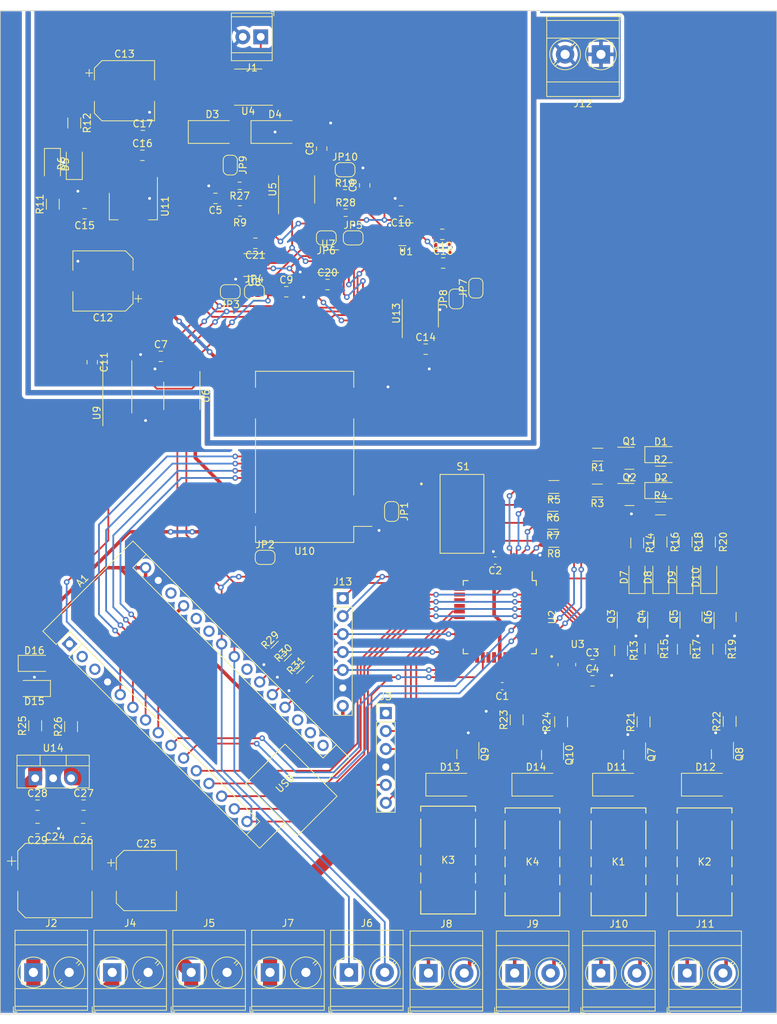
<source format=kicad_pcb>
(kicad_pcb (version 20221018) (generator pcbnew)
  (layers (0 "F.Cu" signal) (31 "B.Cu" signal) (34 "B.Paste" user) (35 "F.Paste" user) (36 "B.SilkS" user "B.Silkscreen") (37 "F.SilkS" user "F.Silkscreen") (38 "B.Mask" user) (39 "F.Mask" user) (44 "Edge.Cuts" user))
  (net 0 "")
  (net 4 "GND")
  (net 5 "CycleLED")
  (net 6 "ERRLED")
  (net 7 "ADDR_4")
  (net 8 "ADDR_3")
  (net 9 "ADDR_2")
  (net 10 "ADDR_1")
  (net 11 "Interlock_1")
  (net 12 "Interlock_2")
  (net 13 "PE")
  (net 17 "Knob_1")
  (net 18 "Knob_2")
  (net 19 "KnobButtom")
  (net 21 "SDA")
  (net 22 "SCL")
  (net 25 "5V")
  (net 27 "OSC2")
  (net 28 "OSC1")
  (net 29 "Net-(D1-K)")
  (net 30 "Net-(D1-A)")
  (net 31 "Net-(D2-K)")
  (net 32 "Net-(D2-A)")
  (net 33 "A3V3")
  (net 34 "Net-(D3-A)")
  (net 35 "AGND")
  (net 36 "Net-(D5-A)")
  (net 37 "Net-(D6-A)")
  (net 38 "Net-(D7-K)")
  (net 39 "Net-(D7-A)")
  (net 40 "Net-(D8-K)")
  (net 41 "Net-(D8-A)")
  (net 42 "Net-(D9-K)")
  (net 43 "Net-(D9-A)")
  (net 44 "Net-(D10-K)")
  (net 45 "Net-(D10-A)")
  (net 46 "Net-(D11-A)")
  (net 47 "Net-(D12-A)")
  (net 48 "Net-(D13-A)")
  (net 49 "Net-(D14-A)")
  (net 50 "Net-(D15-A)")
  (net 51 "Net-(D16-A)")
  (net 52 "Thermoelement+")
  (net 53 "12V")
  (net 54 "Net-(JP1-A)")
  (net 55 "Net-(JP3-A)")
  (net 56 "Net-(JP5-A)")
  (net 57 "AR1.1")
  (net 58 "-VREF")
  (net 60 "Net-(K1-Pad5)")
  (net 62 "Net-(K2-Pad5)")
  (net 64 "Net-(K3-Pad5)")
  (net 66 "Net-(K4-Pad5)")
  (net 67 "Net-(Q1-G)")
  (net 68 "Net-(Q2-G)")
  (net 69 "Net-(Q3-G)")
  (net 70 "Net-(Q4-G)")
  (net 71 "Net-(Q5-G)")
  (net 72 "Net-(Q6-G)")
  (net 73 "Net-(Q7-G)")
  (net 74 "Net-(Q8-G)")
  (net 75 "Net-(Q9-G)")
  (net 76 "Net-(Q10-G)")
  (net 77 "A5V")
  (net 78 "Interlock_3")
  (net 79 "Interlock_4")
  (net 80 "VREF")
  (net 81 "Net-(U1-SCL)")
  (net 82 "Net-(U1-SDA)")
  (net 83 "AR1.2")
  (net 84 "Net-(U7-EXT_CAP)")
  (net 85 "Net-(U7-~{RESET})")
  (net 86 "Net-(U8-EXT_CAP)")
  (net 87 "ResetR")
  (net 90 "A-5V")
  (net 91 "Net-(JP9-B)")
  (net 92 "Net-(JP10-B)")
  (net 93 "AR2.1")
  (net 95 "Interlock_3_11")
  (net 96 "Interlock_3_12")
  (net 98 "Interlock_4_11")
  (net 99 "Interlock_4_12")
  (net 101 "Interlock_1_11")
  (net 102 "Interlock_1_12")
  (net 104 "Interlock_2_11")
  (net 105 "Interlock_2_12")
  (net 127 "Net-(J3-Pin_2)")
  (net 128 "Net-(J3-Pin_3)")
  (net 129 "Net-(J3-Pin_6)")
  (footprint "Package_TO_SOT_SMD:SOT-23" (layer "F.Cu") (at 89.132 106.482)
    (fp_text reference "Q2")
    (fp_text value "DMN3731U")
  )
  (footprint "Package_TO_SOT_SMD:SOT-23" (layer "F.Cu") (at 93.278 123.7335 90)
    (fp_text reference "Q4")
    (fp_text value "DMN3731U")
  )
  (footprint "Capacitor_SMD:C_0805_2012Metric" (layer "F.Cu") (at 11.73 153.746 180)
    (fp_text reference "C26")
    (fp_text value "100nF")
  )
  (footprint "Capacitor_SMD:C_0805_2012Metric" (layer "F.Cu") (at 36.129173 70.927173 180)
    (fp_text reference "C21")
    (fp_text value "C")
  )
  (footprint "Capacitor_SMD:CP_Elec_8x6.7" (layer "F.Cu") (at 17.585173 49.337173)
    (fp_text reference "C13")
    (fp_text value "470uF")
  )
  (footprint "Package_TO_SOT_SMD:SOT-23" (layer "F.Cu") (at 102.306 143.228 -90)
    (fp_text reference "Q8")
    (fp_text value "DMN3731U")
  )
  (footprint "Diode_SMD:D_MELF" (layer "F.Cu") (at 30.033173 55.179173)
    (fp_text reference "D3")
    (fp_text value "1N5711UR")
  )
  (footprint "Resistor_SMD:R_1206_3216Metric" (layer "F.Cu") (at 79.446 138.656 90)
    (fp_text reference "R24")
    (fp_text value "1KR")
  )
  (footprint "LED_SMD:LED_1206_3216Metric" (layer "F.Cu") (at 93.582 118.212 90)
    (fp_text reference "D8")
    (fp_text value "LED")
  )
  (footprint "LED_SMD:LED_1206_3216Metric" (layer "F.Cu") (at 7.377173 59.790673 -90)
    (fp_text reference "D5")
    (fp_text value "LED")
  )
  (footprint "Resistor_SMD:R_1206_3216Metric" (layer "F.Cu") (at 78.4245 113.03 180)
    (fp_text reference "R8")
    (fp_text value "10KR")
  )
  (footprint "MY_SMD_LIB:SW_DS04-254-2-04BK-SMT-TR" (layer "F.Cu") (at 65.4 109.22)
    (fp_text reference "S1")
    (fp_text value "DS04-254-2-04BK-SMT-TR")
  )
  (footprint "Capacitor_SMD:C_0805_2012Metric" (layer "F.Cu") (at 13.015173 87.757173 -90)
    (fp_text reference "C11")
    (fp_text value "100nF")
  )
  (footprint "Resistor_SMD:R_1206_3216Metric" (layer "F.Cu") (at 10.475173 53.903173 -90)
    (fp_text reference "R12")
    (fp_text value "180R")
  )
  (footprint "Resistor_SMD:R_1206_3216Metric" (layer "F.Cu") (at 39.515144 128.378856 45)
    (fp_text reference "R29")
    (fp_text value "10KR")
  )
  (footprint "LED_SMD:LED_1206_3216Metric" (layer "F.Cu") (at 96.972 118.212 90)
    (fp_text reference "D9")
    (fp_text value "LED")
  )
  (footprint "Capacitor_SMD:C_0603_1608Metric" (layer "F.Cu") (at 70.117 115.824 180)
    (fp_text reference "C2")
    (fp_text value "100nF")
  )
  (footprint "Resistor_SMD:R_1206_3216Metric" (layer "F.Cu") (at 91.13 138.656 90)
    (fp_text reference "R21")
    (fp_text value "1KR")
  )
  (footprint "Diode_SMD:D_MELF" (layer "F.Cu") (at 38.923173 55.179173)
    (fp_text reference "D4")
    (fp_text value "1N5711UR")
  )
  (footprint "MY_SMD_LIB:EE2NU_KEM" (layer "F.Cu") (at 63.439601 158.214)
    (fp_text reference "K3")
    (fp_text value "EE2-5NU")
  )
  (footprint "Capacitor_SMD:C_0805_2012Metric" (layer "F.Cu") (at 62.611173 69.657173 180)
    (fp_text reference "C19")
    (fp_text value "10nF")
  )
  (footprint "Package_TO_SOT_SMD:SOT-23" (layer "F.Cu") (at 89.86 143.3065 -90)
    (fp_text reference "Q7")
    (fp_text value "DMN3731U")
  )
  (footprint "Resistor_SMD:R_1206_3216Metric" (layer "F.Cu") (at 93.5335 103.378)
    (fp_text reference "R2")
    (fp_text value "180R")
  )
  (footprint "Resistor_SMD:R_0805_2012Metric" (layer "F.Cu") (at 33.946673 66.355173 180)
    (fp_text reference "R9")
    (fp_text value "R")
  )
  (footprint "Capacitor_SMD:C_0805_2012Metric" (layer "F.Cu") (at 5.258 153.746 180)
    (fp_text reference "C29")
    (fp_text value "100nF")
  )
  (footprint "Capacitor_SMD:C_0805_2012Metric" (layer "F.Cu") (at 62.733173 73.721173)
    (fp_text reference "C18")
    (fp_text value "100nF")
  )
  (footprint "Resistor_SMD:R_0805_2012Metric" (layer "F.Cu") (at 48.829173 64.069173)
    (fp_text reference "R10")
    (fp_text value "R")
  )
  (footprint "Capacitor_SMD:C_0805_2012Metric" (layer "F.Cu") (at 11.935173 66.735173 180)
    (fp_text reference "C15")
    (fp_text value "100nF")
  )
  (footprint "Package_TO_SOT_SMD:SOT-23" (layer "F.Cu") (at 66.238 143.228 -90)
    (fp_text reference "Q9")
    (fp_text value "DMN3731U")
  )
  (footprint "LED_SMD:LED_1206_3216Metric" (layer "F.Cu") (at 93.596 105.918)
    (fp_text reference "D2")
    (fp_text value "LED")
  )
  (footprint "TerminalBlock_Phoenix:TerminalBlock_Phoenix_MKDS-3-2-5.08_1x02_P5.08mm_Horizontal" (layer "F.Cu") (at 72.87 174.216)
    (fp_text reference "J9")
    (fp_text value "InterLock_2")
  )
  (footprint "Package_SO:SOIC-8_3.9x4.9mm_P1.27mm" (layer "F.Cu") (at 25.715173 92.517173 -90)
    (fp_text reference "U6")
    (fp_text value "ISO1641BDR")
  )
  (footprint "Diode_SMD:D_MELF" (layer "F.Cu") (at 87.32 147.546)
    (fp_text reference "D11")
    (fp_text value "1N5711UR")
  )
  (footprint "Resistor_SMD:R_1206_3216Metric" (layer "F.Cu") (at 92.262 128.3225 -90)
    (fp_text reference "R15")
    (fp_text value "1KR")
  )
  (footprint "LED_SMD:LED_1206_3216Metric" (layer "F.Cu") (at 4.814 133.934 180)
    (fp_text reference "D15")
    (fp_text value "LED")
  )
  (footprint "MY_SMD_LIB:EE2NU_KEM" (layer "F.Cu") (at 87.578399 158.468)
    (fp_text reference "K1")
    (fp_text value "EE2-5NU")
  )
  (footprint "Package_SO:SO-6L_10x3.84mm_P1.27mm" (layer "F.Cu") (at 16.571173 91.247173 90)
    (fp_text reference "U9")
    (fp_text value "TLP2770")
  )
  (footprint "Package_TO_SOT_SMD:SOT-23" (layer "F.Cu") (at 97.85 123.7335 90)
    (fp_text reference "Q5")
    (fp_text value "DMN3731U")
  )
  (footprint "Capacitor_SMD:C_0805_2012Metric" (layer "F.Cu") (at 5.258 150.444)
    (fp_text reference "C28")
    (fp_text value "100nF")
  )
  (footprint "Resistor_SMD:R_1206_3216Metric" (layer "F.Cu") (at 103.322 138.5945 90)
    (fp_text reference "R22")
    (fp_text value "1KR")
  )
  (footprint "Jumper:SolderJumper-2_P1.3mm_Open_RoundedPad1.0x1.5mm" (layer "F.Cu") (at 46.177173 70.165173 180)
    (fp_text reference "JP6")
    (fp_text value "SolderJumper_2_Open")
  )
  (footprint "Jumper:SolderJumper-2_P1.3mm_Open_RoundedPad1.0x1.5mm" (layer "F.Cu") (at 32.573173 77.785173 180)
    (fp_text reference "JP3")
    (fp_text value "SolderJumper_2_Open")
  )
  (footprint "Jumper:SolderJumper-2_P1.3mm_Open_RoundedPad1.0x1.5mm" (layer "F.Cu") (at 64.577173 78.801173 90)
    (fp_text reference "JP8")
    (fp_text value "SolderJumper_2_Open")
  )
  (footprint "Capacitor_SMD:C_0805_2012Metric" (layer "F.Cu") (at 30.475173 64.577173 180)
    (fp_text reference "C5")
    (fp_text value "C")
  )
  (footprint "Diode_SMD:D_MELF" (layer "F.Cu") (at 75.89 147.546)
    (fp_text reference "D14")
    (fp_text value "1N5711UR")
  )
  (footprint "Resistor_SMD:R_1206_3216Metric" (layer "F.Cu") (at 87.944 128.5765 -90)
    (fp_text reference "R13")
    (fp_text value "1KR")
  )
  (footprint "Package_SO:SOIC-8_3.9x4.9mm_P1.27mm" (layer "F.Cu") (at 59.497173 80.833173 90)
    (fp_text reference "U13")
    (fp_text value "LTC1798CS8-3PBF")
  )
  (footprint "Resistor_SMD:R_1206_3216Metric" (layer "F.Cu") (at 78.2935 107.95 180)
    (fp_text reference "R6")
    (fp_text value "10KR")
  )
  (footprint "Capacitor_SMD:C_0805_2012Metric" (layer "F.Cu") (at 83.886 132.842)
    (fp_text reference "C4")
    (fp_text value "15pF")
  )
  (footprint "TerminalBlock_Phoenix:TerminalBlock_Phoenix_MKDS-3-2-5.08_1x02_P5.08mm_Horizontal" (layer "F.Cu") (at 85.09 44.196 180)
    (fp_text reference "J12")
    (fp_text value "PE")
  )
  (footprint "Capacitor_SMD:C_0805_2012Metric" (layer "F.Cu") (at 83.886 130.556)
    (fp_text reference "C3")
    (fp_text value "15pF")
  )
  (footprint "Resistor_SMD:R_1206_3216Metric" (layer "F.Cu") (at 73.152 138.3685 90)
    (fp_text reference "R23")
    (fp_text value "1KR")
  )
  (footprint "Resistor_SMD:R_1206_3216Metric" (layer "F.Cu") (at 84.6435 100.838 180)
    (fp_text reference "R1")
    (fp_text value "1KR")
  )
  (footprint "Resistor_SMD:R_1206_3216Metric" (layer "F.Cu") (at 78.4245 105.41 180)
    (fp_text reference "R5")
    (fp_text value "10KR")
  )
  (footprint "Capacitor_SMD:CP_Elec_8x6.7" (layer "F.Cu") (at 20.688 161.112)
    (fp_text reference "C25")
    (fp_text value "470uF")
  )
  (footprint "Package_CSP:LFCSP-WD-10-1EP_3x3mm_P0.5mm_EP1.64x2.38mm" (layer "F.Cu") (at 35.973173 74.003173 180)
    (fp_text reference "U8")
    (fp_text value "AD5272BCP")
  )
  (footprint "Resistor_SMD:R_1206_3216Metric" (layer "F.Cu") (at 97.088 113.2055 -90)
    (fp_text reference "R18")
    (fp_text value "180R")
  )
  (footprint "Resistor_SMD:R_1206_3216Metric" (layer "F.Cu") (at 93.5335 108.458)
    (fp_text reference "R4")
    (fp_text value "180R")
  )
  (footprint "Jumper:SolderJumper-2_P1.3mm_Open_RoundedPad1.0x1.5mm" (layer "F.Cu") (at 32.573173 59.863173 -90)
    (fp_text reference "JP9")
    (fp_text value "SolderJumper_2_Open")
  )
  (footprint "MY_SMD_LIB:XTAL_ABM8-37.500MHZ-12-1-U-T" (layer "F.Cu") (at 80.264 130.556)
    (fp_text reference "U3")
    (fp_text value "~" hide)
  )
  (footprint "Package_SO:SOIC-8_3.9x4.9mm_P1.27mm" (layer "F.Cu") (at 35.113173 48.829173 180)
    (fp_text reference "U4")
    (fp_text value "MAX4289ESA+ / OP37")
  )
  (footprint "Resistor_SMD:R_1206_3216Metric" (layer "F.Cu") (at 43.161856 131.971144 45)
    (fp_text reference "R31")
    (fp_text value "10KR")
  )
  (footprint "Capacitor_SMD:C_0805_2012Metric" (layer "F.Cu") (at 40.513173 77.785173)
    (fp_text reference "C9")
    (fp_text value "100nF")
  )
  (footprint "Package_QFP:TQFP-44_10x10mm_P0.8mm" (layer "F.Cu") (at 70.754 123.838 -90)
    (fp_text reference "U2")
    (fp_text value "PIC16F18877-I/PT")
  )
  (footprint "Jumper:SolderJumper-2_P1.3mm_Open_RoundedPad1.0x1.5mm" (layer "F.Cu") (at 49.987173 70.165173)
    (fp_text reference "JP5")
    (fp_text value "SolderJumper_2_Open")
  )
  (footprint "Package_TO_SOT_THT:TO-220-3_Vertical" (layer "F.Cu") (at 4.938 146.634)
    (fp_text reference "U14")
    (fp_text value "LM7805_TO220")
  )
  (footprint "Resistor_SMD:R_1206_3216Metric" (layer "F.Cu") (at 41.383856 130.193144 45)
    (fp_text reference "R30")
    (fp_text value "10KR")
  )
  (footprint "LED_SMD:LED_1206_3216Metric" (layer "F.Cu") (at 100.362 118.212 90)
    (fp_text reference "D10")
    (fp_text value "LED")
  )
  (footprint "TerminalBlock_Phoenix:TerminalBlock_Phoenix_MKDS-3-2-5.08_1x02_P5.08mm_Horizontal" (layer "F.Cu") (at 38.207 174.112)
    (fp_text reference "J7")
    (fp_text value "5V OUT")
  )
  (footprint "Capacitor_SMD:CP_Elec_8x6.7" (layer "F.Cu") (at 14.537173 76.261173 180)
    (fp_text reference "C12")
    (fp_text value "470uF")
  )
  (footprint "Resistor_SMD:R_1206_3216Metric" (layer "F.Cu") (at 7.427173 65.400673 90)
    (fp_text reference "R11")
    (fp_text value "180R")
  )
  (footprint "Capacitor_SMD:CP_Elec_10x10" (layer "F.Cu") (at 7.732 161.112)
    (fp_text reference "C24")
    (fp_text value "470uF")
  )
  (footprint "Resistor_SMD:R_1206_3216Metric" (layer "F.Cu") (at 4.938 139.2065 90)
    (fp_text reference "R25")
    (fp_text value "R")
  )
  (footprint "Capacitor_SMD:C_0603_1608Metric" (layer "F.Cu") (at 71.107 133.604 180)
    (fp_text reference "C1")
    (fp_text value "100nF")
  )
  (footprint "Module:Arduino_Nano" (layer "F.Cu") (at 9.798976 127.61759 45)
    (fp_text reference "A1")
    (fp_text value "Arduino_Nano_v3.x")
  )
  (footprint "Capacitor_SMD:C_0805_2012Metric" (layer "F.Cu") (at 45.527173 57.531173 90)
    (fp_text reference "C8")
    (fp_text value "100nF")
  )
  (footprint "MY_SMD_LIB:EE2NU_KEM" (layer "F.Cu") (at 99.770399 158.468)
    (fp_text reference "K2")
    (fp_text value "EE2-5NU")
  )
  (footprint "TerminalBlock_Phoenix:TerminalBlock_Phoenix_MKDS-3-2-5.08_1x02_P5.08mm_Horizontal" (layer "F.Cu") (at 15.855 174.112)
    (fp_text reference "J4")
    (fp_text value "12V OUT")
  )
  (footprint "TerminalBlock_Phoenix:TerminalBlock_Phoenix_MKDS-3-2-5.08_1x02_P5.08mm_Horizontal" (layer "F.Cu") (at 60.65 174.216)
    (fp_text reference "J8")
    (fp_text value "InterLock_1")
  )
  (footprint "Resistor_SMD:R_1206_3216Metric" (layer "F.Cu") (at 101.848 128.367 -90)
    (fp_text reference "R19")
    (fp_text value "1KR")
  )
  (footprint "Converter_DCDC:Converter_DCDC_Artesyn_ATA_SMD" (layer "F.Cu") (at 43.109173 101.153173 180)
    (fp_text reference "U10")
    (fp_text value "ATA00AA36S-L")
  )
  (footprint "Connector_PinHeader_2.54mm:PinHeader_1x06_P2.54mm_Vertical" (layer "F.Cu") (at 54.61 137.414)
    (fp_text reference "J3")
    (fp_text value "Programming")
  )
  (footprint "Package_TO_SOT_SMD:SOT-23" (layer "F.Cu") (at 102.676 123.812 90)
    (fp_text reference "Q6")
    (fp_text value "DMN3731U")
  )
  (footprint "Diode_SMD:D_MELF" (layer "F.Cu") (at 99.906 147.546)
    (fp_text reference "D12")
    (fp_text value "1N5711UR")
  )
  (footprint "TerminalBlock_Phoenix:TerminalBlock_Phoenix_MKDS-3-2-5.08_1x02_P5.08mm_Horizontal" (layer "F.Cu") (at 97.31 174.216)
    (fp_text reference "J11")
    (fp_text value "InterLock_4")
  )
  (footprint "Jumper:SolderJumper-2_P1.3mm_Open_RoundedPad1.0x1.5mm" (layer "F.Cu") (at 55.433173 108.885173 -90)
    (fp_text reference "JP1")
    (fp_text value "SolderJumper_2_Open")
  )
  (footprint "Package_CSP:LFCSP-WD-10-1EP_3x3mm_P0.5mm_EP1.64x2.38mm" (layer "F.Cu") (at 46.445173 73.467173)
    (fp_text reference "U7")
    (fp_text value "AD5272BCP")
  )
  (footprint "Package_DFN_QFN:DFN-8-1EP_2x3mm_P0.5mm_EP0.56x2.15mm" (layer "F.Cu") (at 57.465173 69.657173 180)
    (fp_text reference "U1")
    (fp_text value "LTC2451xDDB")
  )
  (footprint "LED_SMD:LED_1206_3216Metric" (layer "F.Cu") (at 90.192 118.212 90)
    (fp_text reference "D7")
    (fp_text value "LED")
  )
  (footprint "Package_SO:SOIC-8_3.9x4.9mm_P1.27mm" (layer "F.Cu") (at 41.971173 63.307173 90)
    (fp_text reference "U5")
    (fp_text value "MAX4289ESA+ / OP37")
  )
  (footprint "Resistor_SMD:R_1206_3216Metric" (layer "F.Cu") (at 10.018 139.3295 90)
    (fp_text reference "R26")
    (fp_text value "180R")
  )
  (footprint "TerminalBlock_Phoenix:TerminalBlock_Phoenix_MKDS-3-2-5.08_1x02_P5.08mm_Horizontal" (layer "F.Cu") (at 27.036 174.112)
    (fp_text reference "J5")
    (fp_text value "5V IN")
  )
  (footprint "Resistor_SMD:R_0603_1608Metric" (layer "F.Cu") (at 33.906173 62.799173 180)
    (fp_text reference "R27")
    (fp_text value "R")
  )
  (footprint "Jumper:SolderJumper-2_P1.3mm_Open_RoundedPad1.0x1.5mm" (layer "F.Cu") (at 35.987173 77.785173)
    (fp_text reference "JP4")
    (fp_text value "SolderJumper_2_Open")
  )
  (footprint "Resistor_SMD:R_1206_3216Metric" (layer "F.Cu") (at 100.39 113.2055 -90)
    (fp_text reference "R20")
    (fp_text value "180R")
  )
  (footprint "Capacitor_SMD:C_0805_2012Metric" (layer "F.Cu") (at 60.259173 85.913173)
    (fp_text reference "C14")
    (fp_text value "100nF")
  )
  (footprint "LED_SMD:LED_1206_3216Metric" (layer "F.Cu") (at 10.475173 59.621173 90)
    (fp_text reference "D6")
    (fp_text value "LED")
  )
  (footprint "Capacitor_SMD:C_0805_2012Metric" (layer "F.Cu") (at 11.796 150.444)
    (fp_text reference "C27")
    (fp_text value "100nF")
  )
  (footprint "Resistor_SMD:R_1206_3216Metric" (layer "F.Cu") (at 78.2935 110.49 180)
    (fp_text reference "R7")
    (fp_text value "10KR")
  )
  (footprint "Jumper:SolderJumper-2_P1.3mm_Open_RoundedPad1.0x1.5mm" (layer "F.Cu") (at 48.837673 60.513173)
    (fp_text reference "JP10")
    (fp_text value "SolderJumper_2_Open")
  )
  (footprint "Package_TO_SOT_SMD:SOT-223" (layer "F.Cu") (at 18.843173 65.695173 -90)
    (fp_text reference "U11")
    (fp_text value "TLV1117-33")
  )
  (footprint "LED_SMD:LED_1206_3216Metric" (layer "F.Cu") (at 4.814 130.378)
    (fp_text reference "D16")
    (fp_text value "LED")
  )
  (footprint "Package_TO_SOT_SMD:SOT-23" (layer "F.Cu") (at 78.232 143.3345 -90)
    (fp_text reference "Q10")
    (fp_text value "DMN3731U")
  )
  (footprint "Capacitor_SMD:C_0805_2012Metric" (layer "F.Cu") (at 46.355173 76.769173)
    (fp_text reference "C20")
    (fp_text value "C")
  )
  (footprint "LED_SMD:LED_1206_3216Metric" (layer "F.Cu") (at 93.596 100.838)
    (fp_text reference "D1")
    (fp_text value "LED")
  )
  (footprint "MY_SMD_LIB:EE2NU_KEM" (layer "F.Cu") (at 75.386399 158.468)
    (fp_text reference "K4")
    (fp_text value "EE2-5NU")
  )
  (footprint "Resistor_SMD:R_1206_3216Metric" (layer "F.Cu") (at 90.23 113.3365 -90)
    (fp_text reference "R14")
    (fp_text value "180R")
  )
  (footprint "TerminalBlock_Phoenix:TerminalBlock_Phoenix_MKDS-3-2-5.08_1x02_P5.08mm_Horizontal" (layer "F.Cu") (at 49.383 174.112)
    (fp_text reference "J6")
    (fp_text value "I2C")
  )
  (footprint "Package_TO_SOT_SMD:SOT-23" (layer "F.Cu") (at 89.132 101.346)
    (fp_text reference "Q1")
    (fp_text value "DMN3731U")
  )
  (footprint "Jumper:SolderJumper-2_P1.3mm_Open_RoundedPad1.0x1.5mm" (layer "F.Cu") (at 67.371173 77.277173 90)
    (fp_text reference "JP7")
    (fp_text value "SolderJumper_2_Open")
  )
  (footprint "Capacitor_SMD:C_0805_2012Metric" (layer "F.Cu") (at 51.623173 62.733173 90)
    (fp_text reference "C6")
    (fp_text value "C")
  )
  (footprint "Package_TO_SOT_SMD:SOT-23" (layer "F.Cu") (at 88.96 123.7335 90)
    (fp_text reference "Q3")
    (fp_text value "DMN3731U")
  )
  (footprint "Connector_PinHeader_2.54mm:PinHeader_1x07_P2.54mm_Vertical" (layer "F.Cu") (at 48.514 121.158)
    (fp_text reference "J13")
    (fp_text value "Conn_01x07_Pin")
  )
  (footprint "Capacitor_SMD:C_0805_2012Metric" (layer "F.Cu") (at 20.193173 55.687173)
    (fp_text reference "C17")
    (fp_text value "100nF")
  )
  (footprint "Resistor_SMD:R_0603_1608Metric" (layer "F.Cu") (at 48.916673 66.609173)
    (fp_text reference "R28")
    (fp_text value "R")
  )
  (footprint "TerminalBlock_Phoenix:TerminalBlock_Phoenix_MKDS-3-2-5.08_1x02_P5.08mm_Horizontal" (layer "F.Cu") (at 85.09 174.216)
    (fp_text reference "J10")
    (fp_text value "InterLock_3")
  )
  (footprint "Resistor_SMD:R_1206_3216Metric" (layer "F.Cu") (at 84.582 105.918 180)
    (fp_text reference "R3")
    (fp_text value "1KR")
  )
  (footprint "TerminalBlock_Phoenix:TerminalBlock_Phoenix_MKDS-3-2-5.08_1x02_P5.08mm_Horizontal" (layer "F.Cu") (at 4.679 174.112)
    (fp_text reference "J2")
    (fp_text value "12V IN")
  )
  (footprint "Capacitor_SMD:C_0805_2012Metric" (layer "F.Cu") (at 56.769173 66.355173 180)
    (fp_text reference "C10")
    (fp_text value "100nF")
  )
  (footprint "Resistor_SMD:R_1206_3216Metric" (layer "F.Cu") (at 93.532 113.2055 -90)
    (fp_text reference "R16")
    (fp_text value "180R")
  )
  (footprint "TerminalBlock_TE-Connectivity:TerminalBlock_TE_282834-2_1x02_P2.54mm_Horizontal" (layer "F.Cu") (at 36.891173 41.717173 180)
    (fp_text reference "J1")
    (fp_text value "Screw_Terminal_01x02")
  )
  (footprint "Jumper:SolderJumper-2_P1.3mm_Open_RoundedPad1.0x1.5mm" (layer "F.Cu") (at 37.511173 115.377173)
    (fp_text reference "JP2")
    (fp_text value "SolderJumper_2_Open")
  )
  (footprint "Capacitor_SMD:C_0805_2012Metric" (layer "F.Cu") (at 22.733173 86.929173)
    (fp_text reference "C7")
    (fp_text value "100nF")
  )
  (footprint "Resistor_SMD:R_1206_3216Metric" (layer "F.Cu") (at 96.834 128.384 -90)
    (fp_text reference "R17")
    (fp_text value "1KR")
  )
  (footprint "Diode_SMD:D_MELF" (layer "F.Cu") (at 63.698 147.546)
    (fp_text reference "D13")
    (fp_text value "1N5711UR")
  )
  (footprint "Capacitor_SMD:C_0805_2012Metric" (layer "F.Cu") (at 20.127173 58.481173)
    (fp_text reference "C16")
    (fp_text value "100nF")
  )
  (gr_circle (center 34.605173 55.179173) (end 34.605173 54.925173) (stroke (width 0.2)) (fill none) (layer "F.Cu"))
  (gr_rect (start 0 38) (end 110 180) (stroke (width 0.1)) (fill none) (layer "Edge.Cuts"))
  (segment (start 51.359173 110.043173) (end 51.359173 110.795173) (width 0.5) (layer "F.Cu") (net 4))
  (segment (start 79.756 110.49) (end 79.756 107.95) (width 0.25) (layer "F.Cu") (net 4))
  (segment (start 84.836 132.842) (end 85.852 132.842) (width 0.25) (layer "F.Cu") (net 4))
  (segment (start 79.887 113.03) (end 79.887 110.621) (width 0.25) (layer "F.Cu") (net 4))
  (segment (start 71.554 133.276) (end 71.882 133.604) (width 0.25) (layer "F.Cu") (net 4))
  (segment (start 32.116 174.112) (end 32.116 169.49) (width 2) (layer "F.Cu") (net 4))
  (segment (start 20.574 96.012) (end 20.559173 95.997173) (width 0.5) (layer "F.Cu") (net 4))
  (segment (start 71.882 134.112) (end 68.834 137.16) (width 0.25) (layer "F.Cu") (net 4))
  (segment (start 9.759 163.085) (end 11.732 161.112) (width 2) (layer "F.Cu") (net 4))
  (segment (start 8.24 153.746) (end 10.78 153.746) (width 0.5) (layer "F.Cu") (net 4))
  (segment (start 4.614 132.334) (end 4.826 132.334) (width 0.5) (layer "F.Cu") (net 4))
  (segment (start 54.925173 110.043173) (end 55.433173 109.535173) (width 0.5) (layer "F.Cu") (net 4))
  (segment (start 6.208 153.746) (end 8.24 153.746) (width 0.5) (layer "F.Cu") (net 4))
  (segment (start 10.78 153.746) (end 10.78 150.51) (width 0.5) (layer "F.Cu") (net 4))
  (segment (start 103.626 124.7495) (end 103.626 126.105) (width 0.25) (layer "F.Cu") (net 4))
  (segment (start 89.91 126.359) (end 90.043 126.492) (width 0.25) (layer "F.Cu") (net 4))
  (segment (start 79.756 105.541) (end 79.887 105.41) (width 0.25) (layer "F.Cu") (net 4))
  (segment (start 20.588827 95.997173) (end 20.574 96.012) (width 0.5) (layer "F.Cu") (net 4))
  (segment (start 4.826 132.546) (end 6.214 133.934) (width 0.5) (layer "F.Cu") (net 4))
  (segment (start 79.887 113.03) (end 77.855 115.062) (width 0.25) (layer "F.Cu") (net 4))
  (segment (start 51.359173 110.043173) (end 54.925173 110.043173) (width 0.5) (layer "F.Cu") (net 4))
  (segment (start 89.408 108.6455) (end 89.408 109.22) (width 0.25) (layer "F.Cu") (net 4))
  (segment (start 77.282 140.274) (end 77.216 140.208) (width 0.5) (layer "F.Cu") (net 4))
  (segment (start 103.626 126.105) (end 104.013 126.492) (width 0.25) (layer "F.Cu") (net 4))
  (segment (start 88.91 142.369) (end 88.91 140.472) (width 0.5) (layer "F.Cu") (net 4))
  (segment (start 88.1945 102.296) (end 89.154 103.2555) (width 0.25) (layer "F.Cu") (net 4))
  (segment (start 101.356 142.2905) (end 101.356 140.218) (width 0.5) (layer "F.Cu") (net 4))
  (segment (start 51.359173 110.795173) (end 52.131173 111.567173) (width 0.5) (layer "F.Cu") (net 4))
  (segment (start 101.356 140.218) (end 101.346 140.208) (width 0.5) (layer "F.Cu") (net 4))
  (segment (start 89.91 124.671) (end 89.91 126.359) (width 0.25) (layer "F.Cu") (net 4))
  (segment (start 70.754 115.962) (end 70.892 115.824) (width 0.25) (layer "F.Cu") (net 4))
  (segment (start 70.892 115.824) (end 70.892 115.596) (width 0.25) (layer "F.Cu") (net 4))
  (segment (start 40.349712 131.227288) (end 39.243 132.334) (width 0.25) (layer "F.Cu") (net 4))
  (segment (start 79.756 107.95) (end 79.756 105.541) (width 0.25) (layer "F.Cu") (net 4))
  (segment (start 89.154 103.2555) (end 89.154 103.886) (width 0.25) (layer "F.Cu") (net 4))
  (segment (start 94.228 124.671) (end 94.228 126.232) (width 0.25) (layer "F.Cu") (net 4))
  (segment (start 77.855 115.062) (end 76.454 115.062) (width 0.25) (layer "F.Cu") (net 4))
  (segment (start 65.288 142.2905) (end 65.288 141.214) (width 0.5) (layer "F.Cu") (net 4))
  (segment (start 3.414 130.378) (end 3.414 131.134) (width 0.5) (layer "F.Cu") (net 4))
  (segment (start 3.414 131.134) (end 4.614 132.334) (width 0.5) (layer "F.Cu") (net 4))
  (segment (start 23.810173 94.992173) (end 22.805173 95.997173) (width 0.5) (layer "F.Cu") (net 4))
  (segment (start 20.559173 95.997173) (end 17.841173 95.997173) (width 0.5) (layer "F.Cu") (net 4))
  (segment (start 77.282 142.397) (end 77.282 140.274) (width 0.5) (layer "F.Cu") (net 4))
  (segment (start 65.288 141.214) (end 66.294 140.208) (width 0.5) (layer "F.Cu") (net 4))
  (segment (start 85.852 132.842) (end 86.614 132.08) (width 0.25) (layer "F.Cu") (net 4))
  (segment (start 84.836 132.842) (end 84.836 130.556) (width 0.25) (layer "F.Cu") (net 4))
  (segment (start 52.131173 111.567173) (end 53.655173 111.567173) (width 0.5) (layer "F.Cu") (net 4))
  (segment (start 6.208 150.444) (end 10.846 150.444) (width 0.5) (layer "F.Cu") (net 4))
  (segment (start 32.116 169.49) (end 23.738 161.112) (width 2) (layer "F.Cu") (net 4))
  (segment (start 4.826 132.334) (end 4.826 132.546) (width 0.5) (layer "F.Cu") (net 4))
  (segment (start 71.882 133.604) (end 71.882 134.112) (width 0.25) (layer "F.Cu") (net 4))
  (segment (start 37.338 130.556) (end 37.465 130.429) (width 0.25) (layer "F.Cu") (net 4))
  (segment (start 88.91 140.472) (end 88.9 140.462) (width 0.5) (layer "F.Cu") (net 4))
  (segment (start 70.754 118.138) (end 70.754 115.962) (width 0.25) (layer "F.Cu") (net 4))
  (segment (start 94.228 126.232) (end 94.488 126.492) (width 0.25) (layer "F.Cu") (net 4))
  (segment (start 71.554 129.538) (end 71.554 133.276) (width 0.25) (layer "F.Cu") (net 4))
  (segment (start 98.8 126.486) (end 98.806 126.492) (width 0.25) (layer "F.Cu") (net 4))
  (segment (start 6.208 150.444) (end 6.208 153.746) (width 0.5) (layer "F.Cu") (net 4))
  (segment (start 42.127712 133.005288) (end 40.894 134.239) (width 0.25) (layer "F.Cu") (net 4))
  (segment (start 9.759 174.112) (end 9.759 163.085) (width 2) (layer "F.Cu") (net 4))
  (segment (start 22.805173 95.997173) (end 20.588827 95.997173) (width 0.5) (layer "F.Cu") (net 4))
  (segment (start 10.78 150.51) (end 10.846 150.444) (width 0.5) (layer "F.Cu") (net 4))
  (segment (start 79.887 110.621) (end 79.756 110.49) (width 0.25) (layer "F.Cu") (net 4))
  (segment (start 38.481 129.413) (end 37.338 130.556) (width 0.25) (layer "F.Cu") (net 4))
  (segment (start 70.892 115.596) (end 69.85 114.554) (width 0.25) (layer "F.Cu") (net 4))
  (segment (start 98.8 124.671) (end 98.8 126.486) (width 0.25) (layer "F.Cu") (net 4))
  (segment (start 88.1945 107.432) (end 89.408 108.6455) (width 0.25) (layer "F.Cu") (net 4))
  (via (at 89.408 109.22) (size 0.8) (drill 0.4) (layers "F.Cu" "B.Cu") (net 4))
  (via (at 89.154 103.886) (size 0.8) (drill 0.4) (layers "F.Cu" "B.Cu") (net 4))
  (via (at 104.013 126.492) (size 0.8) (drill 0.4) (layers "F.Cu" "B.Cu") (net 4))
  (via (at 69.85 114.554) (size 0.8) (drill 0.4) (layers "F.Cu" "B.Cu") (net 4))
  (via (at 94.488 126.492) (size 0.8) (drill 0.4) (layers "F.Cu" "B.Cu") (net 4))
  (via (at 68.834 137.16) (size 0.8) (drill 0.4) (layers "F.Cu" "B.Cu") (net 4))
  (via (at 76.454 115.062) (size 0.8) (drill 0.4) (layers "F.Cu" "B.Cu") (net 4))
  (via (at 53.655173 111.567173) (size 0.8) (drill 0.4) (layers "F.Cu" "B.Cu") (net 4))
  (via (at 77.216 140.208) (size 0.8) (drill 0.4) (layers "F.Cu" "B.Cu") (net 4))
  (via (at 8.24 153.746) (size 0.8) (drill 0.4) (layers "F.Cu" "B.Cu") (net 4))
  (via (at 20.574 96.012) (size 0.8) (drill 0.4) (layers "F.Cu" "B.Cu") (net 4))
  (via (at 101.346 140.208) (size 0.8) (drill 0.4) (layers "F.Cu" "B.Cu") (net 4))
  (via (at 39.243 132.334) (size 0.8) (drill 0.4) (layers "F.Cu" "B.Cu") (net 4))
  (via (at 37.338 130.556) (size 0.8) (drill 0.4) (layers "F.Cu" "B.Cu") (net 4))
  (via (at 90.043 126.492) (size 0.8) (drill 0.4) (layers "F.Cu" "B.Cu") (net 4))
  (via (at 86.614 132.08) (size 0.8) (drill 0.4) (layers "F.Cu" "B.Cu") (net 4))
  (via (at 40.894 134.239) (size 0.8) (drill 0.4) (layers "F.Cu" "B.Cu") (net 4))
  (via (at 98.806 126.492) (size 0.8) (drill 0.4) (layers "F.Cu" "B.Cu") (net 4))
  (via (at 66.294 140.208) (size 0.8) (drill 0.4) (layers "F.Cu" "B.Cu") (net 4))
  (via (at 88.9 140.462) (size 0.8) (drill 0.4) (layers "F.Cu" "B.Cu") (net 4))
  (via (at 4.826 132.334) (size 0.8) (drill 0.4) (layers "F.Cu" "B.Cu") (net 4))
  (segment (start 76.454 124.638) (end 78.562 124.638) (width 0.25) (layer "F.Cu") (net 5))
  (segment (start 73.482 124.638) (end 72.39 125.73) (width 0.25) (layer "F.Cu") (net 5))
  (segment (start 78.562 124.638) (end 79.248 123.952) (width 0.25) (layer "F.Cu") (net 5))
  (segment (start 37.084 140.97) (end 25.183386 140.97) (width 0.25) (layer "F.Cu") (net 5))
  (segment (start 81.28 117.094) (end 81.28 102.739) (width 0.25) (layer "F.Cu") (net 5))
  (segment (start 81.28 102.739) (end 83.181 100.838) (width 0.25) (layer "F.Cu") (net 5))
  (segment (start 76.454 124.638) (end 73.482 124.638) (width 0.25) (layer "F.Cu") (net 5))
  (segment (start 25.183386 140.97) (end 24.167386 141.986) (width 0.25) (layer "F.Cu") (net 5))
  (via (at 72.39 125.73) (size 0.8) (drill 0.4) (layers "F.Cu" "B.Cu") (net 5))
  (via (at 37.084 140.97) (size 0.8) (drill 0.4) (layers "F.Cu" "B.Cu") (net 5))
  (via (at 81.28 117.094) (size 0.8) (drill 0.4) (layers "F.Cu" "B.Cu") (net 5))
  (via (at 79.248 123.952) (size 0.8) (drill 0.4) (layers "F.Cu" "B.Cu") (net 5))
  (segment (start 41.91 145.796) (end 37.084 140.97) (width 0.25) (layer "B.Cu") (net 5))
  (segment (start 81.28 121.92) (end 81.28 117.094) (width 0.25) (layer "B.Cu") (net 5))
  (segment (start 50.8 142.24) (end 47.244 145.796) (width 0.25) (layer "B.Cu") (net 5))
  (segment (start 50.8 136.398) (end 50.8 142.24) (width 0.25) (layer "B.Cu") (net 5))
  (segment (start 47.244 145.796) (end 41.91 145.796) (width 0.25) (layer "B.Cu") (net 5))
  (segment (start 53.594 133.604) (end 50.8 136.398) (width 0.25) (layer "B.Cu") (net 5))
  (segment (start 64.516 133.604) (end 53.594 133.604) (width 0.25) (layer "B.Cu") (net 5))
  (segment (start 79.248 123.952) (end 81.28 121.92) (width 0.25) (layer "B.Cu") (net 5))
  (segment (start 72.39 125.73) (end 64.516 133.604) (width 0.25) (layer "B.Cu") (net 5))
  (segment (start 28.013488 141.732) (end 25.963437 143.782051) (width 0.25) (layer "F.Cu") (net 6))
  (segment (start 72.39 127.254) (end 72.644 127.254) (width 0.25) (layer "F.Cu") (net 6))
  (segment (start 74.46 125.438) (end 72.39 127.254) (width 0.25) (layer "F.Cu") (net 6))
  (segment (start 82.296 106.7415) (end 83.1195 105.918) (width 0.25) (layer "F.Cu") (net 6))
  (segment (start 82.296 117.094) (end 82.296 106.7415) (width 0.25) (layer "F.Cu") (net 6))
  (segment (start 36.322 141.732) (end 28.013488 141.732) (width 0.25) (layer "F.Cu") (net 6))
  (segment (start 76.454 125.438) (end 79.286 125.438) (width 0.25) (layer "F.Cu") (net 6))
  (segment (start 76.454 125.438) (end 74.46 125.438) (width 0.25) (layer "F.Cu") (net 6))
  (segment (start 79.286 125.438) (end 80.01 124.714) (width 0.25) (layer "F.Cu") (net 6))
  (via (at 36.322 141.732) (size 0.8) (drill 0.4) (layers "F.Cu" "B.Cu") (net 6))
  (via (at 82.296 117.094) (size 0.8) (drill 0.4) (layers "F.Cu" "B.Cu") (net 6))
  (via (at 72.39 127.254) (size 0.8) (drill 0.4) (layers "F.Cu" "B.Cu") (net 6))
  (via (at 80.01 124.714) (size 0.8) (drill 0.4) (layers "F.Cu" "B.Cu") (net 6))
  (segment (start 51.816 136.652) (end 51.816 142.494) (width 0.25) (layer "B.Cu") (net 6))
  (segment (start 51.816 142.494) (end 47.752 146.558) (width 0.25) (layer "B.Cu") (net 6))
  (segment (start 41.148 146.558) (end 36.322 141.732) (width 0.25) (layer "B.Cu") (net 6))
  (segment (start 65.024 134.62) (end 53.848 134.62) (width 0.25) (layer "B.Cu") (net 6))
  (segment (start 72.39 127.254) (end 65.024 134.62) (width 0.25) (layer "B.Cu") (net 6))
  (segment (start 47.752 146.558) (end 41.148 146.558) (width 0.25) (layer "B.Cu") (net 6))
  (segment (start 80.01 124.714) (end 82.296 122.428) (width 0.25) (layer "B.Cu") (net 6))
  (segment (start 53.848 134.62) (end 51.816 136.652) (width 0.25) (layer "B.Cu") (net 6))
  (segment (start 82.296 122.428) (end 82.296 117.094) (width 0.25) (layer "B.Cu") (net 6))
  (segment (start 61.63 104.14) (end 33.274 104.14) (width 0.25) (layer "F.Cu") (net 7))
  (segment (start 69.85 113.03) (end 69.85 112.36) (width 0.25) (layer "F.Cu") (net 7))
  (segment (start 18.542 123.444) (end 22.371335 127.273335) (width 0.25) (layer "F.Cu") (net 7))
  (segment (start 74.754 118.138) (end 74.754 115.238) (width 0.25) (layer "F.Cu") (net 7))
  (segment (start 74.754 115.238) (end 75.946 114.046) (width 0.25) (layer "F.Cu") (net 7))
  (segment (start 22.371335 127.273335) (end 22.371335 140.189949) (width 0.25) (layer "F.Cu") (net 7))
  (segment (start 75.946 114.046) (end 76.962 113.03) (width 0.25) (layer "F.Cu") (net 7))
  (segment (start 69.85 112.36) (end 61.63 104.14) (width 0.25) (layer "F.Cu") (net 7))
  (segment (start 76.962 113.03) (end 69.85 113.03) (width 0.25) (layer "F.Cu") (net 7))
  (via (at 75.946 114.046) (size 0.8) (drill 0.4) (layers "F.Cu" "B.Cu") (net 7))
  (via (at 18.542 123.444) (size 0.8) (drill 0.4) (layers "F.Cu" "B.Cu") (net 7))
  (via (at 33.274 104.14) (size 0.8) (drill 0.4) (layers "F.Cu" "B.Cu") (net 7))
  (segment (start 18.542 123.444) (end 17.018 121.92) (width 0.25) (layer "B.Cu") (net 7))
  (segment (start 25.654 104.14) (end 33.274 104.14) (width 0.25) (layer "B.Cu") (net 7))
  (segment (start 17.018 112.776) (end 25.654 104.14) (width 0.25) (layer "B.Cu") (net 7))
  (segment (start 17.018 121.92) (end 17.018 112.776) (width 0.25) (layer "B.Cu") (net 7))
  (segment (start 62.484 103.124) (end 33.274 103.124) (width 0.25) (layer "F.Cu") (net 8))
  (segment (start 74.676 111.76) (end 75.946 110.49) (width 0.25) (layer "F.Cu") (net 8))
  (segment (start 17.78 124.206) (end 20.575283 127.001283) (width 0.25) (layer "F.Cu") (net 8))
  (segment (start 20.575283 127.001283) (end 20.575283 138.393897) (width 0.25) (layer "F.Cu") (net 8))
  (segment (start 73.954 118.138) (end 73.954 114.768) (width 0.25) (layer "F.Cu") (net 8))
  (segment (start 69.85 110.49) (end 75.946 110.49) (width 0.25) (layer "F.Cu") (net 8))
  (segment (start 75.946 110.49) (end 76.831 110.49) (width 0.25) (layer "F.Cu") (net 8))
  (segment (start 69.85 110.49) (end 62.484 103.124) (width 0.25) (layer "F.Cu") (net 8))
  (segment (start 73.954 114.768) (end 74.676 114.046) (width 0.25) (layer "F.Cu") (net 8))
  (via (at 33.274 103.124) (size 0.8) (drill 0.4) (layers "F.Cu" "B.Cu") (net 8))
  (via (at 74.676 111.76) (size 0.8) (drill 0.4) (layers "F.Cu" "B.Cu") (net 8))
  (via (at 74.676 114.046) (size 0.8) (drill 0.4) (layers "F.Cu" "B.Cu") (net 8))
  (via (at 17.78 124.206) (size 0.8) (drill 0.4) (layers "F.Cu" "B.Cu") (net 8))
  (segment (start 74.676 114.046) (end 74.676 111.76) (width 0.25) (layer "B.Cu") (net 8))
  (segment (start 16.002 112.268) (end 25.146 103.124) (width 0.25) (layer "B.Cu") (net 8))
  (segment (start 17.78 124.206) (end 16.002 122.428) (width 0.25) (layer "B.Cu") (net 8))
  (segment (start 16.002 122.428) (end 16.002 112.268) (width 0.25) (layer "B.Cu") (net 8))
  (segment (start 25.146 103.124) (end 33.274 103.124) (width 0.25) (layer "B.Cu") (net 8))
  (segment (start 18.779232 126.729232) (end 18.779232 136.597846) (width 0.25) (layer "F.Cu") (net 9))
  (segment (start 74.676 107.95) (end 74.93 107.95) (width 0.25) (layer "F.Cu") (net 9))
  (segment (start 69.85 107.95) (end 64.008 102.108) (width 0.25) (layer "F.Cu") (net 9))
  (segment (start 35.814 102.108) (end 33.274 102.108) (width 0.25) (layer "F.Cu") (net 9))
  (segment (start 17.018 124.968) (end 18.779232 126.729232) (width 0.25) (layer "F.Cu") (net 9))
  (segment (start 73.154 118.138) (end 73.154 114.298) (width 0.25) (layer "F.Cu") (net 9))
  (segment (start 73.406 109.22) (end 74.676 107.95) (width 0.25) (layer "F.Cu") (net 9))
  (segment (start 73.154 114.298) (end 73.406 114.046) (width 0.25) (layer "F.Cu") (net 9))
  (segment (start 69.85 107.95) (end 74.93 107.95) (width 0.25) (layer "F.Cu") (net 9))
  (segment (start 64.008 102.108) (end 35.814 102.108) (width 0.25) (layer "F.Cu") (net 9))
  (segment (start 74.93 107.95) (end 76.831 107.95) (width 0.25) (layer "F.Cu") (net 9))
  (via (at 73.406 114.046) (size 0.8) (drill 0.4) (layers "F.Cu" "B.Cu") (net 9))
  (via (at 73.406 109.22) (size 0.8) (drill 0.4) (layers "F.Cu" "B.Cu") (net 9))
  (via (at 33.274 102.108) (size 0.8) (drill 0.4) (layers "F.Cu" "B.Cu") (net 9))
  (via (at 17.018 124.968) (size 0.8) (drill 0.4) (layers "F.Cu" "B.Cu") (net 9))
  (segment (start 14.986 111.506) (end 14.986 118.364) (width 0.25) (layer "B.Cu") (net 9))
  (segment (start 14.986 118.364) (end 14.986 122.936) (width 0.25) (layer "B.Cu") (net 9))
  (segment (start 14.986 122.936) (end 17.018 124.968) (width 0.25) (layer "B.Cu") (net 9))
  (segment (start 24.384 102.108) (end 16.764 109.728) (width 0.25) (layer "B.Cu") (net 9))
  (segment (start 33.274 102.108) (end 24.384 102.108) (width 0.25) (layer "B.Cu") (net 9))
  (segment (start 73.406 114.046) (end 73.406 109.22) (width 0.25) (layer "B.Cu") (net 9))
  (segment (start 16.764 109.728) (end 14.986 111.506) (width 0.25) (layer "B.Cu") (net 9))
  (segment (start 16.983181 126.457181) (end 16.983181 134.801795) (width 0.25) (layer "F.Cu") (net 10))
  (segment (start 16.256 125.73) (end 16.983181 126.457181) (width 0.25) (layer "F.Cu") (net 10))
  (segment (start 69.85 105.41) (end 65.532 101.092) (width 0.25) (layer "F.Cu") (net 10))
  (segment (start 72.354 118.138) (end 72.354 114.264) (width 0.25) (layer "F.Cu") (net 10))
  (segment (start 65.532 101.092) (end 33.274 101.092) (width 0.25) (layer "F.Cu") (net 10))
  (segment (start 73.406 105.41) (end 74.93 105.41) (width 0.25) (layer "F.Cu") (net 10))
  (segment (start 72.136 106.68) (end 73.406 105.41) (width 0.25) (layer "F.Cu") (net 10))
  (segment (start 74.93 105.41) (end 76.962 105.41) (width 0.25) (layer "F.Cu") (net 10))
  (segment (start 72.354 114.264) (end 72.136 114.046) (width 0.25) (layer "F.Cu") (net 10))
  (segment (start 69.85 105.41) (end 74.93 105.41) (width 0.25) (layer "F.Cu") (net 10))
  (via (at 72.136 106.68) (size 0.8) (drill 0.4) (layers "F.Cu" "B.Cu") (net 10))
  (via (at 33.274 101.092) (size 0.8) (drill 0.4) (layers "F.Cu" "B.Cu") (net 10))
  (via (at 72.136 114.046) (size 0.8) (drill 0.4) (layers "F.Cu" "B.Cu") (net 10))
  (via (at 16.256 125.73) (size 0.8) (drill 0.4) (layers "F.Cu" "B.Cu") (net 10))
  (segment (start 13.97 110.744) (end 13.97 123.444) (width 0.25) (layer "B.Cu") (net 10))
  (segment (start 72.136 114.046) (end 72.136 106.68) (width 0.25) (layer "B.Cu") (net 10))
  (segment (start 13.97 123.444) (end 16.256 125.73) (width 0.25) (layer "B.Cu") (net 10))
  (segment (start 33.274 101.092) (end 23.622 101.092) (width 0.25) (layer "B.Cu") (net 10))
  (segment (start 23.622 101.092) (end 13.97 110.744) (width 0.25) (layer "B.Cu") (net 10))
  (segment (start 86.304 134.592) (end 75.466 134.592) (width 0.5) (layer "F.Cu") (net 11))
  (segment (start 59.436 123.698) (end 61.722 123.698) (width 0.25) (layer "F.Cu") (net 11))
  (segment (start 45.121744 150.966256) (end 52.07 144.018) (width 0.25) (layer "F.Cu") (net 11))
  (segment (start 75.466 134.592) (end 72.926 137.132) (width 0.5) (layer "F.Cu") (net 11))
  (segment (start 86.605 130.039) (end 87.944 130.039) (width 0.25) (layer "F.Cu") (net 11))
  (segment (start 87.944 130.039) (end 87.944 132.952) (width 0.5) (layer "F.Cu") (net 11))
  (segment (start 75.579 122.238) (end 74.119 123.698) (width 0.25) (layer "F.Cu") (net 11))
  (segment (start 76.454 122.238) (end 75.579 122.238) (width 0.25) (layer "F.Cu") (net 11))
  (segment (start 74.119 123.698) (end 72.898 123.698) (width 0.25) (layer "F.Cu") (net 11))
  (segment (start 33.147642 150.966256) (end 45.121744 150.966256) (width 0.25) (layer "F.Cu") (net 11))
  (segment (start 52.07 144.018) (end 52.07 131.064) (width 0.25) (layer "F.Cu") (net 11))
  (segment (start 78.804 122.238) (end 86.605 130.039) (width 0.25) (layer "F.Cu") (net 11))
  (segment (start 87.944 132.952) (end 86.304 134.592) (width 0.5) (layer "F.Cu") (net 11))
  (segment (start 76.454 122.238) (end 78.804 122.238) (width 0.25) (layer "F.Cu") (net 11))
  (segment (start 52.07 131.064) (end 59.436 123.698) (width 0.25) (layer "F.Cu") (net 11))
  (via (at 61.722 123.698) (size 0.8) (drill 0.4) (layers "F.Cu" "B.Cu") (net 11))
  (via (at 72.898 123.698) (size 0.8) (drill 0.4) (layers "F.Cu" "B.Cu") (net 11))
  (segment (start 72.898 123.698) (end 61.722 123.698) (width 0.25) (layer "B.Cu") (net 11))
  (segment (start 88.0205 137.1935) (end 92.262 132.952) (width 0.5) (layer "F.Cu") (net 12))
  (segment (start 76.454 121.438) (end 75.666 121.438) (width 0.25) (layer "F.Cu") (net 12))
  (segment (start 45.647795 149.170205) (end 51.562 143.256) (width 0.25) (layer "F.Cu") (net 12))
  (segment (start 51.562 143.256) (end 51.562 130.81) (width 0.25) (layer "F.Cu") (net 12))
  (segment (start 90.415 129.785) (end 92.262 129.785) (width 0.25) (layer "F.Cu") (net 12))
  (segment (start 86.234396 129.032) (end 89.662 129.032) (width 0.25) (layer "F.Cu") (net 12))
  (segment (start 74.422 122.682) (end 72.898 122.682) (width 0.25) (layer "F.Cu") (net 12))
  (segment (start 51.562 130.81) (end 59.69 122.682) (width 0.25) (layer "F.Cu") (net 12))
  (segment (start 92.262 132.952) (end 92.262 129.785) (width 0.5) (layer "F.Cu") (net 12))
  (segment (start 78.640396 121.438) (end 86.234396 129.032) (width 0.25) (layer "F.Cu") (net 12))
  (segment (start 31.351591 149.170205) (end 45.647795 149.170205) (width 0.25) (layer "F.Cu") (net 12))
  (segment (start 79.446 137.1935) (end 88.0205 137.1935) (width 0.5) (layer "F.Cu") (net 12))
  (segment (start 59.69 122.682) (end 61.722 122.682) (width 0.25) (layer "F.Cu") (net 12))
  (segment (start 89.662 129.032) (end 90.415 129.785) (width 0.25) (layer "F.Cu") (net 12))
  (segment (start 76.454 121.438) (end 78.640396 121.438) (width 0.25) (layer "F.Cu") (net 12))
  (segment (start 75.666 121.438) (end 74.422 122.682) (width 0.25) (layer "F.Cu") (net 12))
  (via (at 72.898 122.682) (size 0.8) (drill 0.4) (layers "F.Cu" "B.Cu") (net 12))
  (via (at 61.722 122.682) (size 0.8) (drill 0.4) (layers "F.Cu" "B.Cu") (net 12))
  (segment (start 72.898 122.682) (end 61.722 122.682) (width 0.25) (layer "B.Cu") (net 12))
  (segment (start 61.722 122.682) (end 61.717347 122.682) (width 0.25) (layer "B.Cu") (net 12))
  (segment (start 65.054 129.002) (end 62.738 131.318) (width 0.25) (layer "F.Cu") (net 17))
  (segment (start 65.054 127.838) (end 65.054 129.002) (width 0.25) (layer "F.Cu") (net 17))
  (segment (start 62.738 131.318) (end 60.706 131.318) (width 0.25) (layer "F.Cu") (net 17))
  (segment (start 44.196 130.937) (end 44.577 131.318) (width 0.25) (layer "F.Cu") (net 17))
  (segment (start 60.706 131.318) (end 60.452 131.318) (width 0.25) (layer "F.Cu") (net 17))
  (segment (start 44.577 131.318) (end 45.611693 131.318) (width 0.25) (layer "F.Cu") (net 17))
  (segment (start 45.611693 131.318) (end 48.514 131.318) (width 0.25) (layer "F.Cu") (net 17))
  (segment (start 45.475347 131.454347) (end 45.611693 131.318) (width 0.25) (layer "F.Cu") (net 17))
  (segment (start 40.331847 136.597846) (end 45.475347 131.454347) (width 0.25) (layer "F.Cu") (net 17))
  (via (at 60.706 131.318) (size 0.8) (drill 0.4) (layers "F.Cu" "B.Cu") (net 17))
  (segment (start 60.706 131.318) (end 48.514 131.318) (width 0.25) (layer "B.Cu") (net 17))
  (segment (start 44.178591 129.159) (end 44.559591 128.778) (width 0.25) (layer "F.Cu") (net 18))
  (segment (start 44.559591 128.778) (end 48.514 128.778) (width 0.25) (layer "F.Cu") (net 18))
  (segment (start 65.054 127.038) (end 64.224 127.038) (width 0.25) (layer "F.Cu") (net 18))
  (segment (start 62.484 128.778) (end 61.214 128.778) (width 0.25) (layer "F.Cu") (net 18))
  (segment (start 42.418 129.159) (end 44.178591 129.159) (width 0.25) (layer "F.Cu") (net 18))
  (segment (start 38.535796 134.801795) (end 44.559591 128.778) (width 0.25) (layer "F.Cu") (net 18))
  (segment (start 64.224 127.038) (end 62.484 128.778) (width 0.25) (layer "F.Cu") (net 18))
  (via (at 61.214 128.778) (size 0.8) (drill 0.4) (layers "F.Cu" "B.Cu") (net 18))
  (segment (start 48.514 128.778) (end 61.214 128.778) (width 0.25) (layer "B.Cu") (net 18))
  (segment (start 42.400776 127.344712) (end 43.507488 126.238) (width 0.25) (layer "F.Cu") (net 19))
  (segment (start 43.507488 126.238) (end 48.514 126.238) (width 0.25) (layer "F.Cu") (net 19))
  (segment (start 36.739744 133.005744) (end 43.507488 126.238) (width 0.25) (layer "F.Cu") (net 19))
  (segment (start 40.549288 127.344712) (end 42.400776 127.344712) (width 0.25) (layer "F.Cu") (net 19))
  (segment (start 65.054 126.238) (end 63.5 126.238) (width 0.25) (layer "F.Cu") (net 19))
  (via (at 63.5 126.238) (size 0.8) (drill 0.4) (layers "F.Cu" "B.Cu") (net 19))
  (segment (start 63.5 126.238) (end 48.514 126.238) (width 0.25) (layer "B.Cu") (net 19))
  (segment (start 60.832358 118.999642) (end 51.816 118.999642) (width 0.25) (layer "F.Cu") (net 21))
  (segment (start 50.672358 118.999642) (end 51.816 118.999642) (width 0.25) (layer "F.Cu") (net 21))
  (segment (start 67.554 118.138) (end 67.554 117.084) (width 0.25) (layer "F.Cu") (net 21))
  (segment (start 33.147642 118.999642) (end 33.147642 129.413641) (width 0.25) (layer "F.Cu") (net 21))
  (segment (start 67.554 117.084) (end 66.802 116.332) (width 0.25) (layer "F.Cu") (net 21))
  (segment (start 63.5 116.332) (end 60.832358 118.999642) (width 0.25) (layer "F.Cu") (net 21))
  (segment (start 26.350173 94.992173) (end 26.350173 112.202173) (width 0.25) (layer "F.Cu") (net 21))
  (segment (start 48.514 121.158) (end 50.672358 118.999642) (width 0.25) (layer "F.Cu") (net 21))
  (segment (start 51.816 118.999642) (end 33.147642 118.999642) (width 0.25) (layer "F.Cu") (net 21))
  (segment (start 66.802 116.332) (end 63.5 116.332) (width 0.25) (layer "F.Cu") (net 21))
  (segment (start 26.350173 112.202173) (end 33.147642 118.999642) (width 0.25) (layer "F.Cu") (net 21))
  (segment (start 33.147642 129.413641) (end 33.147642 145.669642) (width 0.25) (layer "B.Cu") (net 21))
  (segment (start 54.463 166.985) (end 54.463 174.112) (width 0.25) (layer "B.Cu") (net 21))
  (segment (start 33.147642 145.669642) (end 54.463 166.985) (width 0.25) (layer "B.Cu") (net 21))
  (segment (start 54.102 118.11) (end 33.782 118.11) (width 0.25) (layer "F.Cu") (net 22))
  (segment (start 60.452 118.11) (end 62.992 115.57) (width 0.25) (layer "F.Cu") (net 22))
  (segment (start 62.992 115.57) (end 67.056 115.57) (width 0.25) (layer "F.Cu") (net 22))
  (segment (start 31.242 119.634) (end 31.351591 119.743591) (width 0.25) (layer "F.Cu") (net 22))
  (segment (start 31.351591 119.743591) (end 31.351591 127.61759) (width 0.25) (layer "F.Cu") (net 22))
  (segment (start 28.702 117.094) (end 31.242 119.634) (width 0.25) (layer "F.Cu") (net 22))
  (segment (start 67.056 115.57) (end 68.354 116.868) (width 0.25) (layer "F.Cu") (net 22))
  (segment (start 54.102 118.11) (end 60.452 118.11) (width 0.25) (layer "F.Cu") (net 22))
  (segment (start 68.354 116.868) (end 68.354 118.138) (width 0.25) (layer "F.Cu") (net 22))
  (segment (start 25.080173 113.472173) (end 28.702 117.094) (width 0.25) (layer "F.Cu") (net 22))
  (segment (start 25.080173 94.992173) (end 25.080173 113.472173) (width 0.25) (layer "F.Cu") (net 22))
  (via (at 54.102 118.11) (size 0.8) (drill 0.4) (layers "F.Cu" "B.Cu") (net 22))
  (via (at 33.782 118.11) (size 0.8) (drill 0.4) (layers "F.Cu" "B.Cu") (net 22))
  (via (at 31.242 119.634) (size 0.8) (drill 0.4) (layers "F.Cu" "B.Cu") (net 22))
  (segment (start 33.782 118.11) (end 32.766 118.11) (width 0.25) (layer "B.Cu") (net 22))
  (segment (start 49.383 163.429) (end 49.383 174.112) (width 0.25) (layer "B.Cu") (net 22))
  (segment (start 54.102 118.11) (end 48.514 123.698) (width 0.25) (layer "B.Cu") (net 22))
  (segment (start 32.766 118.11) (end 31.242 119.634) (width 0.25) (layer "B.Cu") (net 22))
  (segment (start 31.351591 145.397591) (end 49.383 163.429) (width 0.25) (layer "B.Cu") (net 22))
  (segment (start 31.351591 127.61759) (end 31.351591 145.397591) (width 0.25) (layer "B.Cu") (net 22))
  (segment (start 70.302 153.896) (end 81.224 153.896) (width 0.5) (layer "F.Cu") (net 25))
  (segment (start 12.746 150.444) (end 14.905 148.285) (width 0.5) (layer "F.Cu") (net 25))
  (segment (start 54.61 147.574) (end 52.578 147.574) (width 0.25) (layer "F.Cu") (net 25))
  (segment (start 73.49 147.546) (end 73.49 150.962) (width 0.5) (layer "F.Cu") (net 25))
  (segment (start 84.92 147.546) (end 84.92 151.724) (width 0.5) (layer "F.Cu") (net 25))
  (segment (start 70.754 129.538) (end 70.754 124.348) (width 0.5) (layer "F.Cu") (net 25))
  (segment (start 14.082 146.634) (end 10.018 146.634) (width 2) (layer "F.Cu") (net 25))
  (segment (start 49.812 154.658) (end 102.814 154.658) (width 2) (layer "F.Cu") (net 25))
  (segment (start 93.472 107.95) (end 93.472 111.252) (width 0.25) (layer "F.Cu") (net 25))
  (segment (start 46.609 144.272) (end 48.514 142.367) (width 0.5) (layer "F.Cu") (net 25))
  (segment (start 31.75 105.41) (end 60.95 105.41) (width 0.5) (layer "F.Cu") (net 25))
  (segment (start 48.514 142.367) (end 48.514 136.398) (width 0.5) (layer "F.Cu") (net 25))
  (segment (start 73.49 150.962) (end 72.334 152.118) (width 0.5) (layer "F.Cu") (net 25))
  (segment (start 38.207 166.263) (end 49.812 154.658) (width 2) (layer "F.Cu") (net 25))
  (segment (start 70.332 131.344) (end 70.754 130.922) (width 0.25) (layer "F.Cu") (net 25))
  (segment (start 62.419202 153.896) (end 70.302 153.896) (width 0.5) (layer "F.Cu") (net 25))
  (segment (start 69.954 118.138) (end 69.954 116.888) (width 0.5) (layer "F.Cu") (net 25))
  (segment (start 60.387202 151.864) (end 62.419202 153.896) (width 0.5) (layer "F.Cu") (net 25))
  (segment (start 92.964 108.458) (end 93.472 107.95) (width 0.25) (layer "F.Cu") (net 25))
  (segment (start 5.842 125.984) (end 5.842 127.254) (width 0.5) (layer "F.Cu") (net 25))
  (segment (start 94.94 153.896) (end 96.718 152.118) (width 0.5) (layer "F.Cu") (net 25))
  (segment (start 44.323 144.272) (end 46.609 144.272) (width 0.5) (layer "F.Cu") (net 25))
  (segment (start 88.646 117.348) (end 88.646 113.458) (width 0.25) (layer "F.Cu") (net 25))
  (segment (start 93.472 111.743) (end 90.361 111.743) (width 0.25) (layer "F.Cu") (net 25))
  (segment (start 27.036 176.606) (end 28.56 178.13) (width 2) (layer "F.Cu") (net 25))
  (segment (start 74.93 119.634) (end 76.2 118.364) (width 0.25) (layer "F.Cu") (net 25))
  (segment (start 71.224 119.634) (end 74.93 119.634) (width 0.25) (layer "F.Cu") (net 25))
  (segment (start 97.506 151.33) (end 96.718 152.118) (width 0.5) (layer "F.Cu") (net 25))
  (segment (start 23.368 123.317) (end 24.875873 123.317) (width 0.5) (layer "F.Cu") (net 25))
  (segment (start 69.954 116.888) (end 66.096 113.03) (width 0.5) (layer "F.Cu") (net 25))
  (segment (start 61.298 150.953202) (end 60.387202 151.864) (width 0.5) (layer "F.Cu") (net 25))
  (segment (start 12.746 153.68) (end 12.68 153.746) (width 0.5) (layer "F.Cu") (net 25))
  (segment (start 52.578 147.574) (end 49.812 150.34) (width 0.25) (layer "F.Cu") (net 25))
  (segment (start 24.875873 123.317) (end 25.963437 122.229436) (width 0.5) (layer "F.Cu") (net 25))
  (segment (start 61.298 140.378) (end 61.298 147.546) (width 0.5) (layer "F.Cu") (net 25))
  (segment (start 92.071 108.458) (end 92.964 108.458) (width 0.25) (layer "F.Cu") (net 25))
  (segment (start 66.096 113.03) (end 60.95 113.03) (width 0.5) (layer "F.Cu") (net 25))
  (segment (start 70.754 130.922) (end 61.298 140.378) (width 0.5) (layer "F.Cu") (net 25))
  (segment (start 93.472 107.95) (end 93.472 103.886) (width 0.25) (layer "F.Cu") (net 25))
  (segment (start 38.207 176.611) (end 38.207 174.112) (width 2) (layer "F.Cu") (net 25))
  (segment (start 60.95 110.49) (end 60.95 113.03) (width 0.5) (layer "F.Cu") (net 25))
  (segment (start 36.688 178.13) (end 38.207 176.611) (width 2) (layer "F.Cu") (net 25))
  (segment (start 84.526 152.118) (end 82.748 153.896) (width 0.5) (layer "F.Cu") (net 25))
  (segment (start 20.575283 116.841283) (end 16.891 116.841283) (width 0.5) (layer "F.Cu") (net 25))
  (segment (start 20.575283 116.841283) (end 20.575283 120.524283) (width 0.5) (layer "F.Cu") (net 25))
  (segment (start 69.954 123.548) (end 69.954 120.904) (width 0.5) (layer "F.Cu") (net 25))
  (segment (start 49.812 150.34) (end 49.812 154.658) (width 0.25) (layer "F.Cu") (net 25))
  (segment (start 81.224 153.896) (end 94.94 153.896) (width 0.5) (layer "F.Cu") (net 25))
  (segment (start 92.071 103.378) (end 92.964 103.378) (width 0.25) (layer "F.Cu") (net 25))
  (segment (start 5.842 127.254) (end 11.43 132.842) (width 0.5) (layer "F.Cu") (net 25))
  (segment (start 70.754 129.538) (end 70.754 130.922) (width 0.5) (layer "F.Cu") (net 25))
  (segment (start 70.302 153.896) (end 70.556 153.896) (width 0.5) (layer "F.Cu") (net 25))
  (segment (start 28.56 178.13) (end 36.688 178.13) (width 2) (layer "F.Cu") (net 25))
  (segment (start 23.368 123.317) (end 44.323 144.272) (width 0.5) (layer "F.Cu") (net 25))
  (segment (start 60.95 105.41) (end 60.95 107.95) (width 0.5) (layer "F.Cu") (net 25))
  (segment (start 93.532 111.743) (end 93.472 111.743) (width 0.25) (layer "F.Cu") (net 25))
  (segment (start 17.638 161.112) (end 17.638 150.19) (width 2) (layer "F.Cu") (net 25))
  (segment (start 14.905 148.285) (end 15.733 148.285) (width 0.5) (layer "F.Cu") (net 25))
  (segment (start 11.43 139.38) (end 10.018 140.792) (width 0.5) (layer "F.Cu") (net 25))
  (segment (start 84.92 151.724) (end 84.526 152.118) (width 0.5) (layer "F.Cu") (net 25))
  (segment (start 27.036 174.112) (end 17.638 164.714) (width 2) (layer "F.Cu") (net 25))
  (segment (start 11.43 132.842) (end 11.43 139.38) (width 0.5) (layer "F.Cu") (net 25))
  (segment (start 16.891 116.841283) (end 14.984717 116.841283) (width 0.5) (layer "F.Cu") (net 25))
  (segment (start 17.638 150.19) (end 15.733 148.285) (width 2) (layer "F.Cu") (net 25))
  (segment (start 70.332 133.604) (end 70.332 131.344) (width 0.25) (layer "F.Cu") (net 25))
  (segment (start 38.207 176.611) (end 38.207 166.263) (width 2) (layer "F.Cu") (net 25))
  (segment (start 27.620173 101.280173) (end 31.75 105.41) (width 0.5) (layer "F.Cu") (net 25))
  (segment (start 92.964 103.378) (end 93.472 103.886) (width 0.25) (layer "F.Cu") (net 25))
  (segment (start 70.754 124.348) (end 69.954 123.548) (width 0.5) (layer "F.Cu") (net 25))
  (segment (start 82.748 153.896) (end 81.224 153.896) (width 0.5) (layer "F.Cu") (net 25))
  (segment (start 88.646 113.458) (end 90.23 111.874) (width 0.25) (layer "F.Cu") (net 25))
  (segment (start 69.954 120.904) (end 69.954 118.138) (width 0.5) (layer "F.Cu") (net 25))
  (segment (start 12.746 150.444) (end 12.746 153.68) (width 0.5) (layer "F.Cu") (net 25))
  (segment (start 76.2 118.364) (end 87.63 118.364) (width 0.25) (layer "F.Cu") (net 25))
  (segment (start 15.733 148.285) (end 14.082 146.634) (width 2) (layer "F.Cu") (net 25))
  (segment (start 20.575283 120.524283) (end 20.574 120.524283) (width 0.5) (layer "F.Cu") (net 25))
  (segment (start 27.036 174.112) (end 27.036 176.606) (width 2) (layer "F.Cu") (net 25))
  (segment (start 60.95 107.95) (end 60.95 110.49) (width 0.5) (layer "F.Cu") (net 25))
  (segment (start 14.984717 116.841283) (end 5.842 125.984) (width 0.5) (layer "F.Cu") (net 25))
  (segment (start 70.556 153.896) (end 72.334 152.118) (width 0.5) (layer "F.Cu") (net 25))
  (segment (start 90.361 111.743) (end 90.23 111.874) (width 0.25) (layer "F.Cu") (net 25))
  (segment (start 10.018 146.634) (end 10.018 140.792) (width 2) (layer "F.Cu") (net 25))
  (segment (start 100.39 111.743) (end 93.472 111.743) (width 0.25) (layer "F.Cu") (net 25))
  (segment (start 61.298 147.546) (end 61.298 150.953202) (width 0.5) (layer "F.Cu") (net 25))
  (segment (start 87.63 118.364) (end 88.646 117.348) (width 0.25) (layer "F.Cu") (net 25))
  (segment (start 17.638 164.714) (end 17.638 161.112) (width 2) (layer "F.Cu") (net 25))
  (segment (start 93.532 111.312) (end 93.532 111.743) (width 0.25) (layer "F.Cu") (net 25))
  (segment (start 69.954 120.904) (end 71.224 119.634) (width 0.25) (layer "F.Cu") (net 25))
  (segment (start 93.472 111.252) (end 93.532 111.312) (width 0.25) (layer "F.Cu") (net 25))
  (segment (start 20.575283 120.524283) (end 23.368 123.317) (width 0.5) (layer "F.Cu") (net 25))
  (segment (start 27.620173 94.992173) (end 27.620173 101.280173) (width 0.5) (layer "F.Cu") (net 25))
  (segment (start 97.506 147.546) (end 97.506 151.33) (width 0.5) (layer "F.Cu") (net 25))
  (segment (start 20.574 120.524283) (end 16.891 116.841283) (width 0.5) (layer "F.Cu") (net 25))
  (segment (start 82.936 128.402) (end 82.936 130.556) (width 0.25) (layer "F.Cu") (net 27))
  (segment (start 82.55 128.016) (end 82.936 128.402) (width 0.25) (layer "F.Cu") (net 27))
  (segment (start 74.814 131.272) (end 74.814 132.251857) (width 0.25) (layer "F.Cu") (net 27))
  (segment (start 74.214 131.272) (end 74.214 130.94215) (width 0.25) (layer "F.Cu") (net 27))
  (segment (start 79.389 128.637) (end 80.01 128.016) (width 0.25) (layer "F.Cu") (net 27))
  (segment (start 79.389 129.406) (end 79.389 128.637) (width 0.25) (layer "F.Cu") (net 27))
  (segment (start 75.414 131.572) (end 75.414 130.892151) (width 0.25) (layer "F.Cu") (net 27))
  (segment (start 76.314 131.572) (end 77.223 131.572) (width 0.25) (layer "F.Cu") (net 27))
  (segment (start 80.01 128.016) (end 82.55 128.016) (width 0.25) (layer "F.Cu") (net 27))
  (segment (start 73.154 129.538) (end 73.154 130.812) (width 0.25) (layer "F.Cu") (net 27))
  (segment (start 77.223 131.572) (end 79.389 129.406) (width 0.25) (layer "F.Cu") (net 27))
  (segment (start 76.014 130.892151) (end 76.014 131.272) (width 0.25) (layer "F.Cu") (net 27))
  (segment (start 74.814 130.94215) (end 74.814 131.272) (width 0.25) (layer "F.Cu") (net 27))
  (segment (start 75.414 132.251857) (end 75.414 131.572) (width 0.25) (layer "F.Cu") (net 27))
  (segment (start 73.154 130.812) (end 73.914 131.572) (width 0.25) (layer "F.Cu") (net 27))
  (arc (start 75.114 132.551857) (mid 75.326132 132.463989) (end 75.414 132.251857) (width 0.25) (layer "F.Cu") (net 27))
  (arc (start 74.814 132.251857) (mid 74.901868 132.463989) (end 75.114 132.551857) (width 0.25) (layer "F.Cu") (net 27))
  (arc (start 76.014 131.272) (mid 76.101868 131.484132) (end 76.314 131.572) (width 0.25) (layer "F.Cu") (net 27))
  (arc (start 75.714 130.592151) (mid 75.926132 130.680019) (end 76.014 130.892151) (width 0.25) (layer "F.Cu") (net 27))
  (arc (start 74.214 130.94215) (mid 74.301868 130.730018) (end 74.514 130.64215) (width 0.25) (layer "F.Cu") (net 27))
  (arc (start 75.414 130.892151) (mid 75.501868 130.680019) (end 75.714 130.592151) (width 0.25) (layer "F.Cu") (net 27))
  (arc (start 74.514 130.64215) (mid 74.726132 130.730018) (end 74.814 130.94215) (width 0.25) (layer "F.Cu") (net 27))
  (arc (start 73.914 131.572) (mid 74.126132 131.484132) (end 74.214 131.272) (width 0.25) (layer "F.Cu") (net 27))
  (segment (start 81.139 132.983) (end 80.518 133.604) (width 0.25) (layer "F.Cu") (net 28))
  (segment (start 73.914 133.604) (end 72.354 132.044) (width 0.25) (layer "F.Cu") (net 28))
  (segment (start 72.354 132.044) (end 72.354 129.538) (width 0.25) (layer "F.Cu") (net 28))
  (segment (start 81.139 131.706) (end 81.139 132.983) (width 0.25) (layer "F.Cu") (net 28))
  (segment (start 80.518 133.604) (end 73.914 133.604) (width 0.25) (layer "F.Cu") (net 28))
  (segment (start 82.936 132.842) (end 82.275 132.842) (width 0.25) (layer "F.Cu") (net 28))
  (segment (start 82.275 132.842) (end 81.139 131.706) (width 0.25) (layer "F.Cu") (net 28))
  (segment (start 91.688 101.346) (end 92.196 100.838) (width 0.25) (layer "F.Cu") (net 29))
  (segment (start 90.0695 101.346) (end 91.688 101.346) (width 0.25) (layer "F.Cu") (net 29))
  (segment (start 94.996 103.378) (end 94.996 100.838) (width 0.25) (layer "F.Cu") (net 30))
  (segment (start 90.0695 106.482) (end 91.632 106.482) (width 0.25) (layer "F.Cu") (net 31))
  (segment (start 91.632 106.482) (end 92.196 105.918) (width 0.25) (layer "F.Cu") (net 31))
  (segment (start 94.996 108.458) (end 94.996 105.918) (width 0.25) (layer "F.Cu") (net 32))
  (segment (start 39.563173 77.785173) (end 39.055173 78.293173) (width 0.25) (layer "F.Cu") (net 33))
  (segment (start 22.553173 60.259173) (end 19.177173 60.259173) (width 0.5) (layer "F.Cu") (net 33))
  (segment (start 58.402673 68.589673) (end 57.438173 67.625173) (width 0.25) (layer "F.Cu") (net 33))
  (segment (start 19.177173 62.211173) (end 18.843173 62.545173) (width 0.5) (layer "F.Cu") (net 33))
  (segment (start 14.991173 86.807173) (end 15.301173 86.497173) (width 0.25) (layer "F.Cu") (net 33))
  (segment (start 12.507173 49.337173) (end 14.535173 49.337173) (width 0.5) (layer "F.Cu") (net 33))
  (segment (start 37.399173 68.387173) (end 32.065173 68.387173) (width 0.25) (layer "F.Cu") (net 33))
  (segment (start 19.243173 58.415173) (end 19.177173 58.481173) (width 0.5) (layer "F.Cu") (net 33))
  (segment (start 44.273173 72.467173) (end 43.114173 71.308173) (width 0.25) (layer "F.Cu") (net 33))
  (segment (start 30.541173 66.863173) (end 30.541173 58.087173) (width 0.25) (layer "F.Cu") (net 33))
  (segment (start 57.438173 67.625173) (end 54.417173 67.625173) (width 0.25) (layer "F.Cu") (net 33))
  (segment (start 20.889173 87.823173) (end 20.889173 90.231173) (width 0.25) (layer "F.Cu") (net 33))
  (segment (start 10.475173 52.440673) (end 10.475173 51.369173) (width 0.5) (layer "F.Cu") (net 33))
  (segment (start 22.159173 91.501173) (end 27.136172 91.501173) (width 0.25) (layer "F.Cu") (net 33))
  (segment (start 36.637173 77.785173) (end 37.420673 77.001673) (width 0.25) (layer "F.Cu") (net 33))
  (segment (start 27.633173 55.179173) (end 22.553173 60.259173) (width 0.5) (layer "F.Cu") (net 33))
  (segment (start 13.015173 86.807173) (end 14.991173 86.807173) (width 0.25) (layer "F.Cu") (net 33))
  (segment (start 5.649173 57.266673) (end 10.475173 52.440673) (width 0.25) (layer "F.Cu") (net 33))
  (segment (start 37.907173 78.293173) (end 37.399173 77.785173) (width 0.25) (layer "F.Cu") (net 33))
  (segment (start 10.475173 51.369173) (end 12.507173 49.337173) (width 0.5) (layer "F.Cu") (net 33))
  (segment (start 44.384173 67.625173) (end 51.877173 67.625173) (width 0.25) (layer "F.Cu") (net 33))
  (segment (start 30.414173 49.464173) (end 27.633173 52.245173) (width 0.25) (layer "F.Cu") (net 33))
  (segment (start 50.861173 58.481173) (end 54.417173 62.037173) (width 0.25) (layer "F.Cu") (net 33))
  (segment (start 37.916673 75.499173) (end 38.923173 75.499173) (width 0.25) (layer "F.Cu") (net 33))
  (segment (start 37.420673 75.003173) (end 37.916673 75.499173) (width 0.25) (layer "F.Cu") (net 33))
  (segment (start 39.685173 70.673173) (end 37.399173 68.387173) (width 0.25) (layer "F.Cu") (net 33))
  (segment (start 20.889173 90.231173) (end 22.159173 91.501173) (width 0.25) (layer "F.Cu") (net 33))
  (segment (start 21.783173 86.929173) (end 20.889173 87.823173) (width 0.25) (layer "F.Cu") (net 33))
  (segment (start 39.055173 78.293173) (end 37.907173 78.293173) (width 0.25) (layer "F.Cu") (net 33))
  (segment (start 43.876173 70.546173) (end 43.114173 71.308173) (width 0.25) (layer "F.Cu") (net 33))
  (segment (start 15.301173 86.497173) (end 5.649173 76.845173) (width 0.25) (layer "F.Cu") (net 33))
  (segment (start 5.649173 76.845173) (end 5.649173 57.266673) (width 0.25) (layer "F.Cu") (net 33))
  (segment (start 41.336173 60.832173) (end 41.336173 60.451265) (width 0.25) (layer "F.Cu") (net 33))
  (segment (start 27.620173 87.310173) (end 27.620173 90.042173) (width 0.25) (layer "F.Cu") (net 33))
  (segment (start 19.243173 55.687173) (end 14.535173 50.979173) (width 0.5) (layer "F.Cu") (net 33))
  (segment (start 37.907173 79.055173) (end 37.907173 78.293173) (width 0.25) (layer "F.Cu") (net 33))
  (segment (start 54.417173 62.037173) (end 54.417173 67.625173) (width 0.25) (layer "F.Cu") (net 33))
  (segment (start 58.402673 68.907173) (end 58.402673 68.589673) (width 0.25) (layer "F.Cu") (net 33))
  (segment (start 43.876173 68.133173) (end 43.876173 70.546173) (width 0.25) (layer "F.Cu") (net 33))
  (segment (start 43.876173 68.133173) (end 44.384173 67.625173) (width 0.25) (layer "F.Cu") (net 33))
  (segment (start 57.438173 67.625173) (end 57.719173 67.344173) (width 0.25) (layer "F.Cu") (net 33))
  (segment (start 42.225173 68.133173) (end 43.876173 68.133173) (width 0.25) (layer "F.Cu") (net 33))
  (segment (start 45.527173 70.165173) (end 44.257173 70.165173) (width 0.25) (layer "F.Cu") (net 33))
  (segment (start 43.306265 58.481173) (end 50.861173 58.481173) (width 0.25) (layer "F.Cu") (net 33))
  (segment (start 32.065173 68.387173) (end 30.541173 66.863173) (width 0.25) (layer "F.Cu") (net 33))
  (segment (start 44.257173 70.165173) (end 43.876173 70.546173) (width 0.25) (layer "F.Cu") (net 33))
  (segment (start 57.719173 67.344173) (end 57.719173 66.355173) (width 0.25) (layer "F.Cu") (net 33))
  (segment (start 37.420673 77.001673) (end 37.420673 75.003173) (width 0.25) (layer "F.Cu") (net 33))
  (segment (start 19.243173 55.687173) (end 19.243173 58.415173) (width 0.5) (layer "F.Cu") (net 33))
  (segment (start 41.336173 60.451265) (end 43.306265 58.481173) (width 0.25) (layer "F.Cu") (net 33))
  (segment (start 32.638173 49.464173) (end 30.414173 49.464173) (width 0.25) (layer "F.Cu") (net 33))
  (segment (start 44.997673 72.467173) (end 44.273173 72.467173) (width 0.25) (layer "F.Cu") (net 33))
  (segment (start 51.877173 67.625173) (end 52.131173 67.625173) (width 0.25) (layer "F.Cu") (net 33))
  (segment (start 30.541173 58.087173) (end 27.633173 55.179173) (width 0.25) (layer "F.Cu") (net 33))
  (segment (start 19.177173 60.259173) (end 19.177173 62.211173) (width 0.5) (layer "F.Cu") (net 33))
  (segment (start 27.633173 52.245173) (end 27.633173 55.179173) (width 0.25) (layer "F.Cu") (net 33))
  (segment (start 38.923173 75.499173) (end 43.114173 71.308173) (width 0.25) (layer "F.Cu") (net 33))
  (segment (start 27.620173 91.017172) (end 27.620173 90.042173) (width 0.25) (layer "F.Cu") (net 33))
  (segment (start 14.535173 50.979173) (end 14.535173 49.337173) (width 0.5) (layer "F.Cu") (net 33))
  (segment (start 37.399173 77.785173) (end 36.637173 77.785173) (width 0.25) (layer "F.Cu") (net 33))
  (segment (start 32.827173 82.103173) (end 27.620173 87.310173) (width 0.25) (layer "F.Cu") (net 33))
  (segment (start 19.177173 58.481173) (end 19.177173 60.259173) (width 0.5) (layer "F.Cu") (net 33))
  (segment (start 27.136172 91.501173) (end 27.620173 91.017172) (width 0.25) (layer "F.Cu") (net 33))
  (via (at 39.685173 70.673173) (size 0.8) (drill 0.4) (layers "F.Cu" "B.Cu") (net 33))
  (via (at 32.827173 82.103173) (size 0.8) (drill 0.4) (layers "F.Cu" "B.Cu") (net 33))
  (via (at 42.225173 68.133173) (size 0.8) (drill 0.4) (layers "F.Cu" "B.Cu") (net 33))
  (via (at 37.907173 79.055173) (size 0.8) (drill 0.4) (layers "F.Cu" "B.Cu") (net 33))
  (via (at 54.417173 67.625173) (size 0.8) (drill 0.4) (layers "F.Cu" "B.Cu") (net 33))
  (via (at 51.877173 67.625173) (size 0.8) (drill 0.4) (layers "F.Cu" "B.Cu") (net 33))
  (segment (start 35.875173 79.055173) (end 37.907173 79.055173) (width 0.25) (layer "B.Cu") (net 33))
  (segment (start 51.877173 67.625173) (end 54.417173 67.625173) (width 0.25) (layer "B.Cu") (net 33))
  (segment (start 42.225173 68.133173) (end 39.685173 70.673173) (width 0.25) (layer "B.Cu") (net 33))
  (segment (start 32.827173 82.103173) (end 35.875173 79.055173) (width 0.25) (layer "B.Cu") (net 33))
  (segment (start 34.605173 62.925173) (end 34.731173 62.799173) (width 0.5) (layer "F.Cu") (net 34))
  (segment (start 32.573173 59.213173) (end 32.573173 55.319173) (width 0.25) (layer "F.Cu") (net 34))
  (segment (start 34.605173 55.179173) (end 32.433173 55.179173) (width 0.25) (layer "F.Cu") (net 34))
  (segment (start 36.663173 55.179173) (end 34.605173 55.179173) (width 0.25) (layer "F.Cu") (net 34))
  (segment (start 34.605173 50.607173) (end 34.605173 55.179173) (width 0.25) (layer "F.Cu") (net 34))
  (segment (start 34.731173 62.799173) (end 34.605173 62.673173) (width 0.5) (layer "F.Cu") (net 34))
  (segment (start 32.573173 55.319173) (end 32.433173 55.179173) (width 0.5) (layer "F.Cu") (net 34))
  (segment (start 37.588173 49.464173) (end 35.748173 49.464173) (width 0.25) (layer "F.Cu") (net 34))
  (segment (start 34.859173 66.355173) (end 34.605173 66.101173) (width 0.5) (layer "F.Cu") (net 34))
  (segment (start 35.735857 49.476489) (end 34.605173 50.607173) (width 0.25) (layer "F.Cu") (net 34))
  (segment (start 34.453541 48.194173) (end 32.638173 48.194173) (width 0.25) (layer "F.Cu") (net 34))
  (segment (start 34.605173 66.101173) (end 34.605173 62.925173) (width 0.25) (layer "F.Cu") (net 34))
  (segment (start 35.735857 49.476489) (end 34.453541 48.194173) (width 0.25) (layer "F.Cu") (net 34))
  (segment (start 35.748173 49.464173) (end 35.735857 49.476489) (width 0.25) (layer "F.Cu") (net 34))
  (segment (start 34.605173 62.673173) (end 34.605173 55.179173) (width 0.25) (layer "F.Cu") (net 34))
  (segment (start 10.985173 73.465173) (end 10.983173 73.467173) (width 0.5) (layer "F.Cu") (net 35))
  (segment (start 34.525673 73.003173) (end 33.379173 73.003173) (width 0.25) (layer "F.Cu") (net 35))
  (segment (start 21.143173 55.687173) (end 21.143173 52.385173) (width 0.5) (layer "F.Cu") (net 35))
  (segment (start 61.209173 85.913173) (end 61.209173 88.265173) (width 0.5) (layer "F.Cu") (net 35))
  (segment (start 57.465173 71.435173) (end 56.957173 71.943173) (width 0.25) (layer "F.Cu") (net 35))
  (segment (start 41.463173 77.785173) (end 42.225173 78.547173) (width 0.25) (layer "F.Cu") (net 35))
  (segment (start 47.892673 74.467173) (end 47.415433 74.467173) (width 0.25) (layer "F.Cu") (net 35))
  (segment (start 57.465173 69.357433) (end 57.465173 69.657173) (width 0.25) (layer "F.Cu") (net 35))
  (segment (start 61.402173 83.308173) (end 61.402173 85.720173) (width 0.5) (layer "F.Cu") (net 35))
  (segment (start 61.209173 88.265173) (end 60.767173 88.707173) (width 0.5) (layer "F.Cu") (net 35))
  (segment (start 23.683173 86.929173) (end 23.683173 88.199173) (width 0.25) (layer "F.Cu") (net 35))
  (segment (start 50.637173 70.165173) (end 50.637173 68.925173) (width 0.25) (layer "F.Cu") (net 35))
  (segment (start 29.525173 62.799173) (end 29.525173 64.577173) (width 0.25) (layer "F.Cu") (net 35))
  (segment (start 56.527673 68.907173) (end 57.014913 68.907173) (width 0.25) (layer "F.Cu") (net 35))
  (segment (start 17.333173 88.707173) (end 17.841173 88.199173) (width 0.25) (layer "F.Cu") (net 35))
  (segment (start 56.527673 68.907173) (end 55.699173 68.907173) (width 0.25) (layer "F.Cu") (net 35))
  (segment (start 10.985173 63.563173) (end 10.983173 63.561173) (width 0.5) (layer "F.Cu") (net 35))
  (segment (start 47.415433 74.467173) (end 46.445173 73.496913) (width 0.25) (layer "F.Cu") (net 35))
  (segment (start 17.841173 88.199173) (end 17.841173 86.497173) (width 0.25) (layer "F.Cu") (net 35))
  (segment (start 57.915433 70.407173) (end 57.465173 69.956913) (width 0.25) (layer "F.Cu") (net 35))
  (segment (start 55.179173 68.387173) (end 55.433173 68.641173) (width 0.25) (layer "F.Cu") (net 35))
  (segment (start 10.983173 63.561173) (end 10.985173 63.559173) (width 0.5) (layer "F.Cu") (net 35))
  (segment (start 51.623173 60.513173) (end 51.369173 60.259173) (width 0.25) (layer "F.Cu") (net 35))
  (segment (start 35.973173 73.973433) (end 35.973173 74.003173) (width 0.25) (layer "F.Cu") (net 35))
  (segment (start 50.637173 68.925173) (end 50.099173 68.387173) (width 0.25) (layer "F.Cu") (net 35))
  (segment (start 19.873173 87.437173) (end 19.873173 86.675173) (width 0.25) (layer "F.Cu") (net 35))
  (segment (start 51.359173 92.263173) (end 53.909173 92.263173) (width 0.5) (layer "F.Cu") (net 35))
  (segment (start 21.143173 49.845173) (end 20.635173 49.337173) (width 0.5) (layer "F.Cu") (net 35))
  (segment (start 51.623173 61.783173) (end 51.623173 60.513173) (width 0.25) (layer "F.Cu") (net 35))
  (segment (start 62.291173 80.325173) (end 63.165173 79.451173) (width 0.5) (layer "F.Cu") (net 35))
  (segment (start 42.225173 78.547173) (end 42.987173 78.547173) (width 0.25) (layer "F.Cu") (net 35))
  (segment (start 31.923173 76.657173) (end 32.573173 76.007173) (width 0.25) (layer "F.Cu") (net 35))
  (segment (start 36.473173 73.503173) (end 35.973173 74.003173) (width 0.25) (layer "F.Cu") (net 35))
  (segment (start 21.143173 58.547173) (end 21.077173 58.481173) (width 0.5) (layer "F.Cu") (net 35))
  (segment (start 43.241173 74.991173) (end 42.479173 74.991173) (width 0.25) (layer "F.Cu") (net 35))
  (segment (start 44.997673 73.967173) (end 44.265173 73.967173) (width 0.25) (layer "F.Cu") (net 35))
  (segment (start 10.985173 61.531173) (end 10.475173 61.021173) (width 0.5) (layer "F.Cu") (net 35))
  (segment (start 57.465173 69.956913) (end 57.465173 69.657173) (width 0.25) (layer "F.Cu") (net 35))
  (segment (start 10.985173 63.559173) (end 10.985173 61.531173) (width 0.5) (layer "F.Cu") (net 35))
  (segment (start 21.077173 58.481173) (end 21.077173 55.753173) (width 0.5) (layer "F.Cu") (net 35))
  (segment (start 21.143173 52.385173) (end 21.143173 49.845173) (width 0.5) (layer "F.Cu") (net 35))
  (segment (start 35.973173 74.003173) (end 35.973173 71.721173) (width 0.25) (layer "F.Cu") (net 35))
  (segment (start 10.985173 73.469173) (end 10.985173 75.759173) (width 0.5) (layer "F.Cu") (net 35))
  (segment (start 29.525173 69.149173) (end 29.525173 64.577173) (width 0.25) (layer "F.Cu") (net 35))
  (segment (start 44.265173 73.967173) (end 43.241173 74.991173) (width 0.25) (layer "F.Cu") (net 35))
  (segment (start 23.240173 90.042173) (end 22.540173 89.342173) (width 0.25) (layer "F.Cu") (net 35))
  (segment (start 47.305173 76.769173) (end 46.445173 75.909173) (width 0.25) (layer "F.Cu") (net 35))
  (segment (start 46.797173 55.311173) (end 46.797173 53.909173) (width 0.25) (layer "F.Cu") (net 35))
  (segment (start 41.323173 55.179173) (end 38.923173 55.179173) (width 0.5) (layer "F.Cu") (net 35))
  (segment (start 35.973173 71.721173) (end 35.179173 70.927173) (width 0.25) (layer "F.Cu") (net 35))
  (segment (start 18.603173 88.707173) (end 19.873173 87.437173) (width 0.25) (layer "F.Cu") (net 35))
  (segment (start 22.540173 89.342173) (end 21.905173 88.707173) (width 0.25) (layer "F.Cu") (net 35))
  (segment (start 8.951173 59.497173) (end 10.475173 61.021173) (width 0.5) (layer "F.Cu") (net 35))
  (segment (start 35.002913 73.003173) (end 35.973173 73.973433) (width 0.25) (layer "F.Cu") (net 35))
  (segment (start 55.819173 66.355173) (end 55.819173 64.699173) (width 0.25) (layer "F.Cu") (net 35))
  (segment (start 46.445173 73.496913) (end 46.445173 73.467173) (width 0.25) (layer "F.Cu") (net 35))
  (segment (start 7.844673 58.390673) (end 8.951173 59.497173) (width 0.5) (layer "F.Cu") (net 35))
  (segment (start 33.379173 73.003173) (end 29.525173 69.149173) (width 0.25) (layer "F.Cu") (net 35))
  (segment (start 63.165173 79.451173) (end 64.577173 79.451173) (width 0.5) (layer "F.Cu") (net 35))
  (segment (start 10.985173 66.735173) (end 10.985173 63.563173) (width 0.5) (layer "F.Cu") (net 35))
  (segment (start 45.527173 56.581173) (end 46.797173 55.311173) (width 0.25) (layer "F.Cu") (net 35))
  (segment (start 7.377173 58.390673) (end 7.844673 58.390673) (width 0.5) (layer "F.Cu") (net 35))
  (segment (start 37.420673 73.503173) (end 36.473173 73.503173) (width 0.25) (layer "F.Cu") (net 35))
  (segment (start 23.810173 90.042173) (end 23.240173 90.042173) (width 0.25) (layer "F.Cu") (net 35))
  (segment (start 46.445173 75.909173) (end 46.445173 73.467173) (width 0.25) (layer "F.Cu") (net 35))
  (segment (start 10.985173 75.759173) (end 11.487173 76.261173) (width 0.5) (layer "F.Cu") (net 35))
  (segment (start 55.819173 64.699173) (end 55.941173 64.577173) (width 0.25) (layer "F.Cu") (net 35))
  (segment (start 53.909173 92.263173) (end 54.925173 91.247173) (width 0.5) (layer "F.Cu") (net 35))
  (segment (start 13.015173 88.707173) (end 17.333173 88.707173) (width 0.25) (layer "F.Cu") (net 35))
  (segment (start 44.997673 73.967173) (end 45.945173 73.967173) (width 0.25) (layer "F.Cu") (net 35))
  (segment (start 61.402173 85.720173) (end 61.209173 85.913173) (width 0.5) (layer "F.Cu") (net 35))
  (segment (start 61.402173 83.308173) (end 61.402173 81.214173) (width 0.5) (layer "F.Cu") (net 35))
  (segment (start 21.143173 62.545173) (end 21.143173 64.577173) (width 0.5) (layer "F.Cu") (net 35))
  (segment (start 31.923173 77.785173) (end 31.923173 76.657173) (width 0.25) (layer "F.Cu") (net 35))
  (segment (start 57.465173 69.657173) (end 57.465173 71.435173) (width 0.25) (layer "F.Cu") (net 35))
  (segment (start 21.077173 55.753173) (end 21.143173 55.687173) (width 0.5) (layer "F.Cu") (net 35))
  (segment (start 17.333173 88.707173) (end 18.603173 88.707173) (width 0.25) (layer "F.Cu") (net 35))
  (segment (start 55.699173 68.907173) (end 55.179173 68.387173) (width 0.25) (layer "F.Cu") (net 35))
  (segment (start 10.983173 73.467173) (end 10.985173 73.469173) (width 0.5) (layer "F.Cu") (net 35))
  (segment (start 34.525673 73.003173) (end 35.002913 73.003173) (width 0.25) (layer "F.Cu") (net 35))
  (segment (start 61.402173 81.214173) (end 62.291173 80.325173) (width 0.5) (layer "F.Cu") (net 35))
  (segment (start 58.402673 70.407173) (end 57.915433 70.407173) (width 0.25) (layer "F.Cu") (net 35))
  (segment (start 32.573173 76.007173) (end 33.335173 76.007173) (width 0.25) (layer "F.Cu") (net 35))
  (segment (start 45.945173 73.967173) (end 46.445173 73.467173) (width 0.25) (layer "F.Cu") (net 35))
  (segment (start 23.683173 88.199173) (end 22.540173 89.342173) (width 0.25) (layer "F.Cu") (net 35))
  (segment (start 57.014913 68.907173) (end 57.465173 69.357433) (width 0.25) (layer "F.Cu") (net 35))
  (via (at 50.099173 68.387173) (size 0.8) (drill 0.4) (layers "F.Cu" "B.Cu") (net 35))
  (via (at 21.143173 64.577173) (size 0.8) (drill 0.4) (layers "F.Cu" "B.Cu") (net 35))
  (via (at 21.143173 52.385173) (size 0.8) (drill 0.4) (layers "F.Cu" "B.Cu") (net 35))
  (via (at 29.525173 62.799173) (size 0.8) (drill 0.4) (layers "F.Cu" "B.Cu") (net 35))
  (via (at 55.941173 64.577173) (size 0.8) (drill 0.4) (layers "F.Cu" "B.Cu") (net 35))
  (via (at 60.767173 88.707173) (size 0.8) (drill 0.4) (layers "F.Cu" "B.Cu") (net 35))
  (via (at 56.957173 71.943173) (size 0.8) (drill 0.4) (layers "F.Cu" "B.Cu") (net 35))
  (via (at 38.923173 55.179173) (size 0.8) (drill 0.4) (layers "F.Cu" "B.Cu") (net 35))
  (via (at 19.873173 86.675173) (size 0.8) (drill 0.4) (layers "F.Cu" "B.Cu") (net 35))
  (via (at 10.983173 73.467173) (size 0.8) (drill 0.4) (layers "F.Cu" "B.Cu") (net 35))
  (via (at 46.797173 53.909173) (size 0.8) (drill 0.4) (layers "F.Cu" "B.Cu") (net 35))
  (via (at 10.983173 63.561173) (size 0.8) (drill 0.4) (layers "F.Cu" "B.Cu") (net 35))
  (via (at 54.925173 91.247173) (size 0.8) (drill 0.4) (layers "F.Cu" "B.Cu") (net 35))
  (via (at 33.335173 76.007173) (size 0.8) (drill 0.4) (layers "F.Cu" "B.Cu") (net 35))
  (via (at 55.179173 68.387173) (size 0.8) (drill 0.4) (layers "F.Cu" "B.Cu") (net 35))
  (via (at 21.905173 88.707173) (size 0.8) (drill 0.4) (layers "F.Cu" "B.Cu") (net 35))
  (via (at 42.987173 78.547173) (size 0.8) (drill 0.4) (layers "F.Cu" "B.Cu") (net 35))
  (via (at 8.951173 59.497173) (size 0.8) (drill 0.4) (layers "F.Cu" "B.Cu") (net 35))
  (via (at 62.291173 80.325173) (size 0.8) (drill 0.4) (layers "F.Cu" "B.Cu") (net 35))
  (via (at 42.479173 74.991173) (size 0.8) (drill 0.4) (layers "F.Cu" "B.Cu") (net 35))
  (via (at 51.369173 60.259173) (size 0.8) (drill 0.4) (layers "F.Cu" "B.Cu") (net 35))
  (segment (start 7.427173 63.938173) (end 7.427173 61.240673) (width 0.5) (layer "F.Cu") (net 36))
  (segment (start 7.427173 61.240673) (end 7.377173 61.190673) (width 0.5) (layer "F.Cu") (net 36))
  (segment (start 10.475173 58.221173) (end 10.475173 55.365673) (width 0.5) (layer "F.Cu") (net 37))
  (segment (start 88.96 122.796) (end 88.96 120.844) (width 0.5) (layer "F.Cu") (net 38))
  (segment (start 88.96 120.844) (end 90.192 119.612) (width 0.5) (layer "F.Cu") (net 38))
  (segment (start 90.192 116.812) (end 90.192 114.837) (width 0.5) (layer "F.Cu") (net 39))
  (segment (start 90.192 114.837) (end 90.23 114.799) (width 0.5) (layer "F.Cu") (net 39))
  (segment (start 93.278 119.916) (end 93.582 119.612) (width 0.5) (layer "F.Cu") (net 40))
  (segment (start 93.278 122.796) (end 93.278 119.916) (width 0.5) (layer "F.Cu") (net 40))
  (segment (start 93.582 114.718) (end 93.532 114.668) (width 0.5) (layer "F.Cu") (net 41))
  (segment (start 93.582 116.812) (end 93.582 114.718) (width 0.5) (layer "F.Cu") (net 41))
  (segment (start 97.85 120.49) (end 97.85 122.796) (width 0.5) (layer "F.Cu") (net 42))
  (segment (start 96.972 119.612) (end 97.85 120.49) (width 0.5) (layer "F.Cu") (net 42))
  (segment (start 96.972 116.812) (end 96.972 114.784) (width 0.5) (layer "F.Cu") (net 43))
  (segment (start 96.972 114.784) (end 97.088 114.668) (width 0.5) (layer "F.Cu") (net 43))
  (segment (start 102.676 122.8745) (end 102.676 121.926) (width 0.5) (layer "F.Cu") (net 44))
  (segment (start 102.676 121.926) (end 100.362 119.612) (width 0.5) (layer "F.Cu") (net 44))
  (segment (start 100.362 116.812) (end 100.362 114.696) (width 0.5) (layer "F.Cu") (net 45))
  (segment (start 100.362 114.696) (end 100.39 114.668) (width 0.5) (layer "F.Cu") (net 45))
  (segment (start 89.72 144.384) (end 89.86 144.244) (width 0.5) (layer "F.Cu") (net 46))
  (segment (start 89.72 147.546) (end 89.72 144.384) (width 0.5) (layer "F.Cu") (net 46))
  (segment (start 89.72 151.207202) (end 90.630798 152.118) (width 0.5) (layer "F.Cu") (net 46))
  (segment (start 89.72 147.546) (end 89.72 151.207202) (width 0.5) (layer "F.Cu") (net 46))
  (segment (start 102.822798 148.062798) (end 102.306 147.546) (width 0.5) (layer "F.Cu") (net 47))
  (segment (start 102.822798 152.118) (end 102.822798 148.062798) (width 0.5) (layer "F.Cu") (net 47))
  (segment (start 102.306 147.546) (end 102.306 144.1655) (width 0.5) (layer "F.Cu") (net 47))
  (segment (start 66.098 147.546) (end 66.098 144.3055) (width 0.5) (layer "F.Cu") (net 48))
  (segment (start 66.098 147.546) (end 66.098 151.47) (width 0.5) (layer "F.Cu") (net 48))
  (segment (start 66.098 151.47) (end 66.492 151.864) (width 0.5) (layer "F.Cu") (net 48))
  (segment (start 66.098 144.3055) (end 66.238 144.1655) (width 0.5) (layer "F.Cu") (net 48))
  (segment (start 78.29 151.969202) (end 78.438798 152.118) (width 0.5) (layer "F.Cu") (net 49))
  (segment (start 78.29 144.358) (end 78.176 144.244) (width 0.5) (layer "F.Cu") (net 49))
  (segment (start 78.29 147.546) (end 78.29 151.969202) (width 0.5) (layer "F.Cu") (net 49))
  (segment (start 78.29 147.546) (end 78.29 144.358) (width 0.5) (layer "F.Cu") (net 49))
  (segment (start 4.938 137.744) (end 3.414 136.22) (width 0.5) (layer "F.Cu") (net 50))
  (segment (start 3.414 136.22) (end 3.414 133.934) (width 0.5) (layer "F.Cu") (net 50))
  (segment (start 6.716 130.378) (end 6.214 130.378) (width 0.5) (layer "F.Cu") (net 51))
  (segment (start 10.018 137.867) (end 10.018 133.68) (width 0.5) (layer "F.Cu") (net 51))
  (segment (start 10.018 133.68) (end 6.716 130.378) (width 0.5) (layer "F.Cu") (net 51))
  (segment (start 36.891173 43.749173) (end 36.891173 41.717173) (width 0.25) (layer "F.Cu") (net 52))
  (segment (start 35.621173 45.019173) (end 36.891173 43.749173) (width 0.25) (layer "F.Cu") (net 52))
  (segment (start 37.588173 48.194173) (end 36.256173 48.194173) (width 0.25) (layer "F.Cu") (net 52))
  (segment (start 36.256173 48.194173) (end 35.621173 47.559173) (width 0.25) (layer "F.Cu") (net 52))
  (segment (start 35.621173 47.559173) (end 35.621173 45.019173) (width 0.25) (layer "F.Cu") (net 52))
  (segment (start 4.679 176.347) (end 6.208 177.876) (width 2) (layer "F.Cu") (net 53))
  (segment (start 33.244 111.76) (end 27.178 111.76) (width 0.5) (layer "F.Cu") (net 53))
  (segment (start 34.859173 113.375173) (end 36.861173 115.377173) (width 0.5) (layer "F.Cu") (net 53))
  (segment (start 36.861173 115.377173) (end 33.244 111.76) (width 0.5) (layer "F.Cu") (net 53))
  (segment (start 4.679 162.059) (end 3.732 161.112) (width 2) (layer "F.Cu") (net 53))
  (segment (start 24.13 111.76) (end 18.288 111.76) (width 0.5) (layer "F.Cu") (net 53))
  (segment (start 4.679 174.112) (end 4.679 162.059) (width 2) (layer "F.Cu") (net 53))
  (segment (start 4.679 174.112) (end 4.679 176.347) (width 2) (layer "F.Cu") (net 53))
  (segment (start 34.859173 110.043173) (end 34.859173 113.375173) (width 0.5) (layer "F.Cu") (net 53))
  (segment (start 13.828 177.876) (end 15.855 175.849) (width 2) (layer "F.Cu") (net 53))
  (segment (start 18.288 111.76) (end 1.27 128.778) (width 0.5) (layer "F.Cu") (net 53))
  (segment (start 1.27 137.001) (end 4.938 140.669) (width 0.5) (layer "F.Cu") (net 53))
  (segment (start 1.27 128.778) (end 1.27 137.001) (width 0.5) (layer "F.Cu") (net 53))
  (segment (start 6.208 177.876) (end 13.828 177.876) (width 2) (layer "F.Cu") (net 53))
  (segment (start 15.855 175.849) (end 15.855 174.112) (width 2) (layer "F.Cu") (net 53))
  (segment (start 3.732 161.112) (end 3.732 147.84) (width 2) (layer "F.Cu") (net 53))
  (segment (start 4.938 146.634) (end 4.938 140.669) (width 2) (layer "F.Cu") (net 53))
  (segment (start 3.732 147.84) (end 4.938 146.634) (width 2) (layer "F.Cu") (net 53))
  (via (at 27.178 111.76) (size 0.8) (drill 0.4) (layers "F.Cu" "B.Cu") (net 53))
  (via (at 24.13 111.76) (size 0.8) (drill 0.4) (layers "F.Cu" "B.Cu") (net 53))
  (segment (start 27.178 111.76) (end 24.13 111.76) (width 0.5) (layer "B.Cu") (net 53))
  (segment (start 51.359173 107.503173) (end 45.273173 107.503173) (width 0.5) (layer "F.Cu") (net 54))
  (segment (start 51.359173 107.503173) (end 54.701173 107.503173) (width 0.5) (layer "F.Cu") (net 54))
  (segment (start 43.749173 113.345173) (end 41.717173 115.377173) (width 0.5) (layer "F.Cu") (net 54))
  (segment (start 45.273173 107.503173) (end 43.749173 109.027173) (width 0.5) (layer "F.Cu") (net 54))
  (segment (start 41.717173 115.377173) (end 38.161173 115.377173) (width 0.5) (layer "F.Cu") (net 54))
  (segment (start 43.749173 109.027173) (end 43.749173 113.345173) (width 0.5) (layer "F.Cu") (net 54))
  (segment (start 54.701173 107.503173) (end 55.433173 108.235173) (width 0.5) (layer "F.Cu") (net 54))
  (segment (start 34.525673 75.003173) (end 34.525673 76.973673) (width 0.25) (layer "F.Cu") (net 55))
  (segment (start 33.223173 77.785173) (end 34.034673 76.973673) (width 0.25) (layer "F.Cu") (net 55))
  (segment (start 34.034673 76.973673) (end 34.525673 76.973673) (width 0.25) (layer "F.Cu") (net 55))
  (segment (start 34.525673 76.973673) (end 35.337173 77.785173) (width 0.25) (layer "F.Cu") (net 55))
  (segment (start 48.958173 70.165173) (end 49.337173 70.165173) (width 0.25) (layer "F.Cu") (net 56))
  (segment (start 47.892673 72.467173) (end 47.892673 71.230673) (width 0.25) (layer "F.Cu") (net 56))
  (segment (start 47.892673 71.230673) (end 48.958173 70.165173) (width 0.25) (layer "F.Cu") (net 56))
  (segment (start 47.892673 71.230673) (end 46.827173 70.165173) (width 0.25) (layer "F.Cu") (net 56))
  (segment (start 37.420673 74.503173) (end 38.669173 74.483173) (width 0.25) (layer "F.Cu") (net 57))
  (segment (start 64.719173 78.009173) (end 64.577173 78.151173) (width 0.5) (layer "F.Cu") (net 57))
  (segment (start 64.577173 78.151173) (end 63.683173 77.257173) (width 0.5) (layer "F.Cu") (net 57))
  (segment (start 59.497173 70.419173) (end 59.878173 70.038173) (width 0.25) (layer "F.Cu") (net 57))
  (segment (start 59.747173 69.907173) (end 59.878173 70.038173) (width 0.25) (layer "F.Cu") (net 57))
  (segment (start 50.353173 81.849173) (end 59.497173 72.705173) (width 0.25) (layer "F.Cu") (net 57))
  (segment (start 67.625173 78.009173) (end 64.719173 78.009173) (width 0.5) (layer "F.Cu") (net 57))
  (segment (start 58.402673 69.907173) (end 59.747173 69.907173) (width 0.25) (layer "F.Cu") (net 57))
  (segment (start 48.321173 81.849173) (end 50.353173 81.849173) (width 0.25) (layer "F.Cu") (net 57))
  (segment (start 40.959826 74.497131) (end 45.771868 79.309173) (width 0.25) (layer "F.Cu") (net 57))
  (segment (start 45.781173 79.309173) (end 45.771868 79.309173) (width 0.25) (layer "F.Cu") (net 57))
  (segment (start 59.497173 72.705173) (end 59.497173 70.419173) (width 0.25) (layer "F.Cu") (net 57))
  (segment (start 38.669173 74.483173) (end 38.649173 74.503173) (width 0.25) (layer "F.Cu") (net 57))
  (segment (start 40.959826 74.487826) (end 42.705479 72.742173) (width 0.25) (layer "F.Cu") (net 57))
  (segment (start 43.766478 72.967173) (end 44.997673 72.967173) (width 0.25) (layer "F.Cu") (net 57))
  (segment (start 42.705479 72.742173) (end 43.541478 72.742173) (width 0.25) (layer "F.Cu") (net 57))
  (segment (start 59.878173 70.038173) (end 60.513173 70.673173) (width 0.25) (layer "F.Cu") (net 57))
  (segment (start 63.683173 71.557173) (end 63.683173 69.779173) (width 0.5) (layer "F.Cu") (net 57))
  (segment (start 40.959826 74.487826) (end 40.959826 74.497131) (width 0.25) (layer "F.Cu") (net 57))
  (segment (start 63.683173 69.779173) (end 63.561173 69.657173) (width 0.5) (layer "F.Cu") (net 57))
  (segment (start 63.683173 77.257173) (end 63.683173 73.721173) (width 0.5) (layer "F.Cu") (net 57))
  (segment (start 63.683173 71.557173) (end 63.683173 73.721173) (width 0.5) (layer "F.Cu") (net 57))
  (segment (start 43.541478 72.742173) (end 43.766478 72.967173) (width 0.25) (layer "F.Cu") (net 57))
  (via (at 40.959826 74.487826) (size 0.8) (drill 0.4) (layers "F.Cu" "B.Cu") (net 57))
  (via (at 60.513173 70.673173) (size 0.8) (drill 0.4) (layers "F.Cu" "B.Cu") (net 57))
  (via (at 45.781173 79.309173) (size 0.8) (drill 0.4) (layers "F.Cu" "B.Cu") (net 57))
  (via (at 38.669173 74.483173) (size 0.8) (drill 0.4) (layers "F.Cu" "B.Cu") (net 57))
  (via (at 48.321173 81.849173) (size 0.8) (drill 0.4) (layers "F.Cu" "B.Cu") (net 57))
  (via (at 63.683173 71.557173) (size 0.8) (drill 0.4) (layers "F.Cu" "B.Cu") (net 57))
  (segment (start 45.781173 79.309173) (end 48.321173 81.849173) (width 0.25) (layer "B.Cu") (net 57))
  (segment (start 61.397173 71.557173) (end 60.513173 70.673173) (width 0.25) (layer "B.Cu") (net 57))
  (segment (start 40.959826 74.487826) (end 38.673826 74.487826) (width 0.25) (layer "B.Cu") (net 57))
  (segment (start 63.683173 71.557173) (end 61.397173 71.557173) (width 0.25) (layer "B.Cu") (net 57))
  (segment (start 38.673826 74.487826) (end 38.669173 74.483173) (width 0.25) (layer "B.Cu") (net 57))
  (segment (start 41.050173 62.132173) (end 39.431173 62.132173) (width 0.25) (layer "F.Cu") (net 58))
  (segment (start 43.241173 50.353173) (end 39.812173 46.924173) (width 0.25) (layer "F.Cu") (net 58))
  (segment (start 67.371173 76.627173) (end 66.101173 75.357173) (width 0.25) (layer "F.Cu") (net 58))
  (segment (start 53.401173 57.465173) (end 43.241173 57.465173) (width 0.25) (layer "F.Cu") (net 58))
  (segment (start 39.431173 62.132173) (end 38.923173 61.624173) (width 0.25) (layer "F.Cu") (net 58))
  (segment (start 42.479173 58.227173) (end 43.241173 57.465173) (width 0.25) (layer "F.Cu") (net 58))
  (segment (start 39.431173 58.227173) (end 42.479173 58.227173) (width 0.25) (layer "F.Cu") (net 58))
  (segment (start 43.876173 64.958173) (end 41.050173 62.132173) (width 0.25) (layer "F.Cu") (net 58))
  (segment (start 38.923173 58.735173) (end 39.431173 58.227173) (width 0.25) (layer "F.Cu") (net 58))
  (segment (start 66.101173 70.165173) (end 53.401173 57.465173) (width 0.25) (layer "F.Cu") (net 58))
  (segment (start 43.876173 65.782173) (end 43.876173 64.958173) (width 0.25) (layer "F.Cu") (net 58))
  (segment (start 43.241173 57.465173) (end 43.241173 50.353173) (width 0.25) (layer "F.Cu") (net 58))
  (segment (start 66.101173 75.357173) (end 66.101173 70.165173) (width 0.25) (layer "F.Cu") (net 58))
  (segment (start 38.923173 61.624173) (end 38.923173 58.735173) (width 0.25) (layer "F.Cu") (net 58))
  (segment (start 39.812173 46.924173) (end 37.588173 46.924173) (width 0.25) (layer "F.Cu") (net 58))
  (segment (start 86.2998 162.278) (end 88.8398 159.738) (width 0.5) (layer "F.Cu") (net 60))
  (segment (start 88.8398 159.738) (end 90.630798 159.738) (width 0.5) (layer "F.Cu") (net 60))
  (segment (start 84.526 162.278) (end 86.2998 162.278) (width 0.5) (layer "F.Cu") (net 60))
  (segment (start 98.4918 162.278) (end 101.0318 159.738) (width 0.5) (layer "F.Cu") (net 62))
  (segment (start 96.718 162.278) (end 98.4918 162.278) (width 0.5) (layer "F.Cu") (net 62))
  (segment (start 101.0318 159.738) (end 102.822798 159.738) (width 0.5) (layer "F.Cu") (net 62))
  (segment (start 64.701002 159.484) (end 66.492 159.484) (width 0.5) (layer "F.Cu") (net 64))
  (segment (start 62.161002 162.024) (end 64.701002 159.484) (width 0.5) (layer "F.Cu") (net 64))
  (segment (start 60.387202 162.024) (end 62.161002 162.024) (width 0.5) (layer "F.Cu") (net 64))
  (segment (start 74.1078 162.278) (end 76.6478 159.738) (width 0.5) (layer "F.Cu") (net 66))
  (segment (start 76.6478 159.738) (end 78.438798 159.738) (width 0.5) (layer "F.Cu") (net 66))
  (segment (start 72.334 162.278) (end 74.1078 162.278) (width 0.5) (layer "F.Cu") (net 66))
  (segment (start 86.106 100.838) (end 87.7525 100.838) (width 0.25) (layer "F.Cu") (net 67))
  (segment (start 87.7525 100.838) (end 88.1945 100.396) (width 0.25) (layer "F.Cu") (net 67))
  (segment (start 86.0445 105.918) (end 87.8085 105.918) (width 0.25) (layer "F.Cu") (net 68))
  (segment (start 87.8085 105.918) (end 88.1945 105.532) (width 0.25) (layer "F.Cu") (net 68))
  (segment (start 88.01 127.048) (end 87.944 127.114) (width 0.5) (layer "F.Cu") (net 69))
  (segment (start 88.01 124.671) (end 88.01 127.048) (width 0.5) (layer "F.Cu") (net 69))
  (segment (start 92.328 126.794) (end 92.262 126.86) (width 0.5) (layer "F.Cu") (net 70))
  (segment (start 92.328 124.671) (end 92.328 126.794) (width 0.5) (layer "F.Cu") (net 70))
  (segment (start 96.9 124.671) (end 96.9 126.8555) (width 0.5) (layer "F.Cu") (net 71))
  (segment (start 96.9 126.8555) (end 96.834 126.9215) (width 0.5) (layer "F.Cu") (net 71))
  (segment (start 101.726 124.7495) (end 101.726 126.7825) (width 0.5) (layer "F.Cu") (net 72))
  (segment (start 101.726 126.7825) (end 101.848 126.9045) (width 0.5) (layer "F.Cu") (net 72))
  (segment (start 91.13 142.049) (end 90.81 142.369) (width 0.5) (layer "F.Cu") (net 73))
  (segment (start 91.13 140.1185) (end 91.13 142.049) (width 0.5) (layer "F.Cu") (net 73))
  (segment (start 103.322 142.2245) (end 103.256 142.2905) (width 0.5) (layer "F.Cu") (net 74))
  (segment (start 103.322 140.057) (end 103.322 142.2245) (width 0.5) (layer "F.Cu") (net 74))
  (segment (start 69.6475 139.831) (end 67.188 142.2905) (width 0.5) (layer "F.Cu") (net 75))
  (segment (start 73.152 139.831) (end 69.6475 139.831) (width 0.5) (layer "F.Cu") (net 75))
  (segment (start 79.446 140.1185) (end 79.446 142.049) (width 0.5) (layer "F.Cu") (net 76))
  (segment (start 79.446 142.049) (end 79.126 142.369) (width 0.5) (layer "F.Cu") (net 76))
  (segment (start 58.862173 85.024173) (end 58.862173 83.308173) (width 0.5) (layer "F.Cu") (net 77))
  (segment (start 17.587173 76.261173) (end 12.885173 71.559173) (width 0.5) (layer "F.Cu") (net 77))
  (segment (start 29.656826 86.298826) (end 34.859173 91.501173) (width 0.5) (layer "F.Cu") (net 77))
  (segment (start 25.334173 81.976173) (end 19.619173 76.261173) (width 0.5) (layer "F.Cu") (net 77))
  (segment (start 12.885173 71.559173) (end 12.885173 70.037173) (width 0.5) (layer "F.Cu") (net 77))
  (segment (start 34.859173 91.501173) (end 34.859173 92.263173) (width 0.5) (layer "F.Cu") (net 77))
  (segment (start 7.427173 66.863173) (end 8.189173 66.863173) (width 0.5) (layer "F.Cu") (net 77))
  (segment (start 16.543173 63.077173) (end 16.543173 62.545173) (width 0.5) (layer "F.Cu") (net 77))
  (segment (start 19.619173 76.261173) (end 17.587173 76.261173) (width 0.5) (layer "F.Cu") (net 77))
  (segment (start 34.859173 92.263173) (end 38.669173 92.263173) (width 0.5) (layer "F.Cu") (net 77))
  (segment (start 56.515173 88.707173) (end 59.309173 85.913173) (width 0.5) (layer "F.Cu") (net 77))
  (segment (start 8.189173 66.863173) (end 12.885173 71.559173) (width 0.5) (layer "F.Cu") (net 77))
  (segment (start 12.885173 66.735173) (end 16.543173 63.077173) (width 0.5) (layer "F.Cu") (net 77))
  (segment (start 59.309173 86.233173) (end 59.309173 85.913173) (width 0.5) (layer "F.Cu") (net 77))
  (segment (start 12.885173 70.037173) (end 12.885173 66.735173) (width 0.5) (layer "F.Cu") (net 77))
  (segment (start 42.225173 88.707173) (end 56.515173 88.707173) (width 0.5) (layer "F.Cu") (net 77))
  (segment (start 59.309173 85.471173) (end 58.862173 85.024173) (width 0.5) (layer "F.Cu") (net 77))
  (segment (start 38.669173 92.263173) (end 42.225173 88.707173) (width 0.5) (layer "F.Cu") (net 77))
  (segment (start 59.309173 85.913173) (end 59.309173 85.471173) (width 0.5) (layer "F.Cu") (net 77))
  (via (at 25.334173 81.976173) (size 0.8) (drill 0.4) (layers "F.Cu" "B.Cu") (net 77))
  (via (at 29.656826 86.298826) (size 0.8) (drill 0.4) (layers "F.Cu" "B.Cu") (net 77))
  (segment (start 29.656826 86.298826) (end 25.334173 81.976173) (width 0.5) (layer "B.Cu") (net 77))
  (segment (start 78.476792 120.638) (end 86.362792 128.524) (width 0.25) (layer "F.Cu") (net 78))
  (segment (start 51.054 130.556) (end 59.944 121.666) (width 0.25) (layer "F.Cu") (net 78))
  (segment (start 76.454 120.638) (end 78.476792 120.638) (width 0.25) (layer "F.Cu") (net 78))
  (segment (start 93.6085 137.1935) (end 96.834 133.968) (width 0.5) (layer "F.Cu") (net 78))
  (segment (start 75.45 120.638) (end 74.422 121.666) (width 0.25) (layer "F.Cu") (net 78))
  (segment (start 51.054 142.619604) (end 51.054 130.556) (width 0.25) (layer "F.Cu") (net 78))
  (segment (start 46.299451 147.374153) (end 51.054 142.619604) (width 0.25) (layer "F.Cu") (net 78))
  (segment (start 29.555539 147.374153) (end 46.299451 147.374153) (width 0.25) (layer "F.Cu") (net 78))
  (segment (start 91.13 137.1935) (end 93.6085 137.1935) (width 0.5) (layer "F.Cu") (net 78))
  (segment (start 59.944 121.666) (end 61.722 121.666) (width 0.25) (layer "F.Cu") (net 78))
  (segment (start 86.362792 128.524) (end 95.5115 128.524) (width 0.25) (layer "F.Cu") (net 78))
  (segment (start 76.454 120.638) (end 75.45 120.638) (width 0.25) (layer "F.Cu") (net 78))
  (segment (start 74.422 121.666) (end 72.898 121.666) (width 0.25) (layer "F.Cu") (net 78))
  (segment (start 96.834 133.968) (end 96.834 129.8465) (width 0.5) (layer "F.Cu") (net 78))
  (segment (start 95.5115 128.524) (end 96.834 129.8465) (width 0.25) (layer "F.Cu") (net 78))
  (via (at 61.722 121.666) (size 0.8) (drill 0.4) (layers "F.Cu" "B.Cu") (net 78))
  (via (at 72.898 121.666) (size 0.8) (drill 0.4) (layers "F.Cu" "B.Cu") (net 78))
  (segment (start 61.722 121.666) (end 61.717347 121.666) (width 0.25) (layer "B.Cu") (net 78))
  (segment (start 72.898 121.666) (end 61.722 121.666) (width 0.25) (layer "B.Cu") (net 78))
  (segment (start 50.604 141.674) (end 50.604 130.244) (width 0.25) (layer "F.Cu") (net 79))
  (segment (start 75.454 119.838) (end 74.642 120.65) (width 0.25) (layer "F.Cu") (net 79))
  (segment (start 101.848 135.658) (end 101.848 129.8295) (width 0.5) (layer "F.Cu") (net 79))
  (segment (start 76.454 119.838) (end 78.436 119.838) (width 0.25) (layer "F.Cu") (net 79))
  (segment (start 74.642 120.65) (end 72.898 120.65) (width 0.25) (layer "F.Cu") (net 79))
  (segment (start 46.699898 145.578102) (end 50.604 141.674) (width 0.25) (layer "F.Cu") (net 79))
  (segment (start 78.436 119.838) (end 86.5995 128.0015) (width 0.25) (layer "F.Cu") (net 79))
  (segment (start 60.198 120.65) (end 61.722 120.65) (width 0.25) (layer "F.Cu") (net 79))
  (segment (start 27.759488 145.578102) (end 46.699898 145.578102) (width 0.25) (layer "F.Cu") (net 79))
  (segment (start 50.604 130.244) (end 60.198 120.65) (width 0.25) (layer "F.Cu") (net 79))
  (segment (start 76.454 119.838) (end 75.454 119.838) (width 0.25) (layer "F.Cu") (net 79))
  (segment (start 100.02 128.0015) (end 101.848 129.8295) (width 0.25) (layer "F.Cu") (net 79))
  (segment (start 103.322 137.132) (end 101.848 135.658) (width 0.5) (layer "F.Cu") (net 79))
  (segment (start 86.5995 128.0015) (end 100.02 128.0015) (width 0.25) (layer "F.Cu") (net 79))
  (via (at 61.722 120.65) (size 0.8) (drill 0.4) (layers "F.Cu" "B.Cu") (net 79))
  (via (at 72.898 120.65) (size 0.8) (drill 0.4) (layers "F.Cu" "B.Cu") (net 79))
  (segment (start 72.898 120.65) (end 61.722 120.65) (width 0.25) (layer "B.Cu") (net 79))
  (segment (start 61.722 120.65) (end 61.717348 120.65) (width 0.25) (layer "B.Cu") (net 79))
  (segment (start 61.411173 69.407173) (end 61.661173 69.657173) (width 0.25) (layer "F.Cu") (net 80))
  (segment (start 61.661173 73.599173) (end 61.783173 73.721173) (width 0.5) (layer "F.Cu") (net 80))
  (segment (start 60.132173 75.372173) (end 60.132173 78.358173) (width 0.5) (layer "F.Cu") (net 80))
  (segment (start 58.402673 69.407173) (end 61.411173 69.407173) (width 0.25) (layer "F.Cu") (net 80))
  (segment (start 61.783173 73.721173) (end 60.132173 75.372173) (width 0.5) (layer "F.Cu") (net 80))
  (segment (start 61.661173 69.657173) (end 61.661173 73.599173) (width 0.5) (layer "F.Cu") (net 80))
  (segment (start 31.049173 79.817173) (end 44.765173 79.817173) (width 0.25) (layer "F.Cu") (net 81))
  (segment (start 30.033173 78.801173) (end 31.049173 79.817173) (width 0.25) (layer "F.Cu") (net 81))
  (segment (start 44.982173 80.034173) (end 48.866173 80.034173) (width 0.25) (layer "F.Cu") (net 81))
  (segment (start 28.890173 81.976173) (end 25.080173 85.786173) (width 0.25) (layer "F.Cu") (net 81))
  (segment (start 50.099173 78.801173) (end 50.099173 73.721173) (width 0.25) (layer "F.Cu") (net 81))
  (segment (start 34.525673 74.503173) (end 31.791173 74.503173) (width 0.25) (layer "F.Cu") (net 81))
  (segment (start 55.437173 69.907173) (end 51.115173 74.229173) (width 0.25) (layer "F.Cu") (net 81))
  (segment (start 25.080173 85.786173) (end 25.080173 90.042173) (width 0.25) (layer "F.Cu") (net 81))
  (segment (start 50.099173 73.721173) (end 49.345173 72.967173) (width 0.25) (layer "F.Cu") (net 81))
  (segment (start 56.527673 69.907173) (end 55.437173 69.907173) (width 0.25) (layer "F.Cu") (net 81))
  (segment (start 49.345173 72.967173) (end 47.892673 72.967173) (width 0.25) (layer "F.Cu") (net 81))
  (segment (start 44.765173 79.817173) (end 44.982173 80.034173) (width 0.25) (layer "F.Cu") (net 81))
  (segment (start 30.033173 76.261173) (end 30.033173 78.801173) (width 0.25) (layer "F.Cu") (net 81))
  (segment (start 48.866173 80.034173) (end 50.099173 78.801173) (width 0.25) (layer "F.Cu") (net 81))
  (segment (start 51.115173 74.229173) (end 50.607173 74.229173) (width 0.25) (layer "F.Cu") (net 81))
  (segment (start 50.607173 74.229173) (end 50.099173 74.737173) (width 0.25) (layer "F.Cu") (net 81))
  (segment (start 31.791173 74.503173) (end 30.033173 76.261173) (width 0.25) (layer "F.Cu") (net 81))
  (via (at 28.890173 81.976173) (size 0.8) (drill 0.4) (layers "F.Cu" "B.Cu") (net 81))
  (via (at 31.049173 79.817173) (size 0.8) (drill 0.4) (layers "F.Cu" "B.Cu") (net 81))
  (segment (start 31.049173 79.817173) (end 28.890173 81.976173) (width 0.25) (layer "B.Cu") (net 81))
  (segment (start 50.607173 75.499173) (end 50.861173 75.245173) (width 0.25) (layer "F.Cu") (net 82))
  (segment (start 31.529173 74.003173) (end 29.525173 76.007173) (width 0.25) (layer "F.Cu") (net 82))
  (segment (start 55.699173 70.407173) (end 56.527673 70.407173) (width 0.25) (layer "F.Cu") (net 82))
  (segment (start 26.350173 86.040173) (end 26.350173 90.042173) (width 0.25) (layer "F.Cu") (net 82))
  (segment (start 49.374173 76.769173) (end 49.374173 74.012173) (width 0.25) (layer "F.Cu") (net 82))
  (segment (start 32.065173 80.579173) (end 49.083173 80.579173) (width 0.25) (layer "F.Cu") (net 82))
  (segment (start 50.861173 75.245173) (end 55.699173 70.407173) (width 0.25) (layer "F.Cu") (net 82))
  (segment (start 29.525173 76.007173) (end 29.525173 79.563173) (width 0.25) (layer "F.Cu") (net 82))
  (segment (start 30.541173 80.579173) (end 32.065173 80.579173) (width 0.25) (layer "F.Cu") (net 82))
  (segment (start 49.374173 74.012173) (end 48.829173 73.467173) (width 0.25) (layer "F.Cu") (net 82))
  (segment (start 34.525673 74.003173) (end 31.529173 74.003173) (width 0.25) (layer "F.Cu") (net 82))
  (segment (start 49.083173 80.579173) (end 50.607173 79.055173) (width 0.25) (layer "F.Cu") (net 82))
  (segment (start 30.414173 82.066173) (end 30.324173 82.066173) (width 0.25) (layer "F.Cu") (net 82))
  (segment (start 50.607173 79.055173) (end 50.607173 75.499173) (width 0.25) (layer "F.Cu") (net 82))
  (segment (start 30.324173 82.066173) (end 26.350173 86.040173) (width 0.25) (layer "F.Cu") (net 82))
  (segment (start 48.829173 73.467173) (end 47.892673 73.467173) (width 0.25) (layer "F.Cu") (net 82))
  (segment (start 29.525173 79.563173) (end 30.541173 80.579173) (width 0.25) (layer "F.Cu") (net 82))
  (via (at 30.414173 82.066173) (size 0.8) (drill 0.4) (layers "F.Cu" "B.Cu") (net 82))
  (via (at 50.861173 75.245173) (size 0.8) (drill 0.4) (layers "F.Cu" "B.Cu") (net 82))
  (via (at 49.374173 76.769173) (size 0.8) (drill 0.4) (layers "F.Cu" "B.Cu") (net 82))
  (via (at 32.065173 80.579173) (size 0.8) (drill 0.4) (layers "F.Cu" "B.Cu") (net 82))
  (segment (start 50.861173 75.245173) (end 50.861173 75.282173) (width 0.25) (layer "B.Cu") (net 82))
  (segment (start 30.414173 82.066173) (end 31.901173 80.579173) (width 0.25) (layer "B.Cu") (net 82))
  (segment (start 31.901173 80.579173) (end 32.065173 80.579173) (width 0.25) (layer "B.Cu") (net 82))
  (segment (start 50.861173 75.282173) (end 49.374173 76.769173) (width 0.25) (layer "B.Cu") (net 82))
  (segment (start 41.336173 71.562173) (end 41.336173 65.782173) (width 0.25) (layer "F.Cu") (net 83))
  (segment (start 39.177173 73.721173) (end 41.336173 71.562173) (width 0.25) (layer "F.Cu") (net 83))
  (segment (start 38.179913 73.721173) (end 39.177173 73.721173) (width 0.25) (layer "F.Cu") (net 83))
  (segment (start 37.420673 74.003173) (end 37.897913 74.003173) (width 0.25) (layer "F.Cu") (net 83))
  (segment (start 37.897913 74.003173) (end 38.179913 73.721173) (width 0.25) (layer "F.Cu") (net 83))
  (segment (start 43.241173 73.467173) (end 44.997673 73.467173) (width 0.25) (layer "F.Cu") (net 83))
  (segment (start 41.336173 71.562173) (end 41.336173 71.816173) (width 0.25) (layer "F.Cu") (net 83))
  (via (at 43.241173 73.467173) (size 0.8) (drill 0.4) (layers "F.Cu" "B.Cu") (net 83))
  (via (at 41.336173 71.562173) (size 0.8) (drill 0.4) (layers "F.Cu" "B.Cu") (net 83))
  (segment (start 41.336173 71.562173) (end 43.241173 73.467173) (width 0.25) (layer "B.Cu") (net 83))
  (segment (start 45.405173 76.769173) (end 44.997673 76.361673) (width 0.25) (layer "F.Cu") (net 84))
  (segment (start 44.997673 76.361673) (end 44.997673 74.467173) (width 0.25) (layer "F.Cu") (net 84))
  (segment (start 49.211569 81.087173) (end 51.369173 78.929569) (width 0.25) (layer "F.Cu") (net 85))
  (segment (start 30.033173 81.341173) (end 47.041868 81.341173) (width 0.25) (layer "F.Cu") (net 85))
  (segment (start 34.525673 73.503173) (end 31.267173 73.503173) (width 0.25) (layer "F.Cu") (net 85))
  (segment (start 17.841173 84.389173) (end 24.953173 84.389173) (width 0.25) (layer "F.Cu") (net 85))
  (segment (start 48.649173 76.187173) (end 48.829173 76.007173) (width 0.25) (layer "F.Cu") (net 85))
  (segment (start 47.295868 81.087173) (end 49.211569 81.087173) (width 0.25) (layer "F.Cu") (net 85))
  (segment (start 51.369173 78.929569) (end 51.369173 76.261173) (width 0.25) (layer "F.Cu") (net 85))
  (segment (start 16.571173 86.497173) (end 16.571173 85.659173) (width 0.25) (layer "F.Cu") (net 85))
  (segment (start 48.829173 76.007173) (end 48.829173 74.229173) (width 0.25) (layer "F.Cu") (net 85))
  (segment (start 31.267173 73.503173) (end 29.017173 75.753173) (width 0.25) (layer "F.Cu") (net 85))
  (segment (start 49.083173 78.547173) (end 48.649173 78.113173) (width 0.25) (layer "F.Cu") (net 85))
  (segment (start 48.649173 78.113173) (end 48.649173 76.187173) (width 0.25) (layer "F.Cu") (net 85))
  (segment (start 48.567173 73.967173) (end 47.892673 73.967173) (width 0.25) (layer "F.Cu") (net 85))
  (segment (start 29.017173 75.753173) (end 29.017173 80.325173) (width 0.25) (layer "F.Cu") (net 85))
  (segment (start 29.017173 80.325173) (end 30.033173 81.341173) (width 0.25) (layer "F.Cu") (net 85))
  (segment (start 47.041868 81.341173) (end 47.295868 81.087173) (width 0.25) (layer "F.Cu") (net 85))
  (segment (start 24.953173 84.389173) (end 29.017173 80.325173) (width 0.25) (layer "F.Cu") (net 85))
  (segment (start 48.829173 74.229173) (end 48.567173 73.967173) (width 0.25) (layer "F.Cu") (net 85))
  (segment (start 16.571173 85.659173) (end 17.841173 84.389173) (width 0.25) (layer "F.Cu") (net 85))
  (via (at 51.369173 76.261173) (size 0.8) (drill 0.4) (layers "F.Cu" "B.Cu") (net 85))
  (via (at 49.083173 78.547173) (size 0.8) (drill 0.4) (layers "F.Cu" "B.Cu") (net 85))
  (segment (start 49.083173 78.547173) (end 51.369173 76.261173) (width 0.25) (layer "B.Cu") (net 85))
  (segment (start 37.420673 73.003173) (end 37.420673 71.268673) (width 0.25) (layer "F.Cu") (net 86))
  (segment (start 37.420673 71.268673) (end 37.079173 70.927173) (width 0.25) (layer "F.Cu") (net 86))
  (segment (start 60.706 132.334) (end 67.31 132.334) (width 0.25) (layer "F.Cu") (net 87))
  (segment (start 55.118 132.334) (end 52.578 134.874) (width 0.25) (layer "F.Cu") (net 87))
  (segment (start 15.301173 112.968827) (end 15.301173 95.997173) (width 0.25) (layer "F.Cu") (net 87))
  (segment (start 68.354 131.29) (end 68.354 129.538) (width 0.25) (layer "F.Cu") (net 87))
  (segment (start 56.388 132.334) (end 55.118 132.334) (width 0.25) (layer "F.Cu") (net 87))
  (segment (start 52.578 145.034) (end 44.849693 152.762307) (width 0.25) (layer "F.Cu") (net 87))
  (segment (start 67.31 132.334) (end 68.354 131.29) (width 0.25) (layer "F.Cu") (net 87))
  (segment (start 52.578 134.874) (end 52.578 145.034) (width 0.25) (layer "F.Cu") (net 87))
  (segment (start 44.849693 152.762307) (end 34.943693 152.762307) (width 0.25) (layer "F.Cu") (net 87))
  (segment (start 9.398 118.872) (end 15.301173 112.968827) (width 0.25) (layer "F.Cu") (net 87))
  (via (at 9.398 118.872) (size 0.8) (drill 0.4) (layers "F.Cu" "B.Cu") (net 87))
  (via (at 60.706 132.334) (size 0.8) (drill 0.4) (layers "F.Cu" "B.Cu") (net 87))
  (via (at 56.388 132.334) (size 0.8) (drill 0.4) (layers "F.Cu" "B.Cu") (net 87))
  (segment (start 35.56 150.622) (end 9.398 124.46) (width 0.25) (layer "B.Cu") (net 87))
  (segment (start 9.398 118.872) (end 9.398 119.126) (width 0.25) (layer "B.Cu") (net 87))
  (segment (start 35.56 152.146) (end 35.56 150.622) (width 0.25) (layer "B.Cu") (net 87))
  (segment (start 9.398 124.46) (end 9.398 118.872) (width 0.25) (layer "B.Cu") (net 87))
  (segment (start 34.943693 152.762307) (end 35.56 152.146) (width 0.25) (layer "B.Cu") (net 87))
  (segment (start 56.388 132.334) (end 60.706 132.334) (width 0.25) (layer "B.Cu") (net 87))
  (segment (start 38.415173 63.307173) (end 41.463173 63.307173) (width 0.25) (layer "F.Cu") (net 91))
  (segment (start 31.425173 64.746173) (end 31.425173 64.455173) (width 0.25) (layer "F.Cu") (net 91))
  (segment (start 33.034173 66.355173) (end 34.558173 67.879173) (width 0.25) (layer "F.Cu") (net 91))
  (segment (start 31.425173 64.455173) (end 32.573173 63.307173) (width 0.25) (layer "F.Cu") (net 91))
  (segment (start 36.891173 64.831173) (end 38.415173 63.307173) (width 0.25) (layer "F.Cu") (net 91))
  (segment (start 36.891173 66.863173) (end 36.891173 64.831173) (width 0.25) (layer "F.Cu") (net 91))
  (segment (start 34.558173 67.879173) (end 35.875173 67.879173) (width 0.25) (layer "F.Cu") (net 91))
  (segment (start 32.573173 63.307173) (end 32.573173 60.513173) (width 0.25) (layer "F.Cu") (net 91))
  (segment (start 41.463173 63.307173) (end 42.606173 64.450173) (width 0.25) (layer "F.Cu") (net 91))
  (segment (start 42.606173 64.450173) (end 42.606173 65.782173) (width 0.25) (layer "F.Cu") (net 91))
  (segment (start 33.081173 66.308173) (end 33.034173 66.355173) (width 0.5) (layer "F.Cu") (net 91))
  (segment (start 35.875173 67.879173) (end 36.891173 66.863173) (width 0.25) (layer "F.Cu") (net 91))
  (segment (start 33.034173 66.355173) (end 31.425173 64.746173) (width 0.25) (layer "F.Cu") (net 91))
  (segment (start 51.237173 64.069173) (end 51.623173 63.683173) (width 0.25) (layer "F.Cu") (net 92))
  (segment (start 49.741673 64.069173) (end 49.741673 66.609173) (width 0.25) (layer "F.Cu") (net 92))
  (segment (start 52.131173 66.609173) (end 49.741673 66.609173) (width 0.25) (layer "F.Cu") (net 92))
  (segment (start 54.929173 69.407173) (end 52.131173 66.609173) (width 0.25) (layer "F.Cu") (net 92))
  (segment (start 49.487673 60.513173) (end 49.487673 63.815173) (width 0.25) (layer "F.Cu") (net 92))
  (segment (start 56.527673 69.407173) (end 54.929173 69.407173) (width 0.25) (layer "F.Cu") (net 92))
  (segment (start 49.487673 63.815173) (end 49.741673 64.069173) (width 0.5) (layer "F.Cu") (net 92))
  (segment (start 49.741673 64.069173) (end 51.237173 64.069173) (width 0.25) (layer "F.Cu") (net 92))
  (segment (start 48.187673 60.513173) (end 45.393673 63.307173) (width 0.25) (layer "F.Cu") (net 93))
  (segment (start 48.091673 66.609173) (end 48.091673 64.244173) (width 0.25) (layer "F.Cu") (net 93))
  (segment (start 47.916673 64.069173) (end 47.916673 60.784173) (width 0.25) (layer "F.Cu") (net 93))
  (segment (start 43.241173 63.307173) (end 42.606173 62.672173) (width 0.25) (layer "F.Cu") (net 93))
  (segment (start 48.091673 64.244173) (end 47.916673 64.069173) (width 0.5) (layer "F.Cu") (net 93))
  (segment (start 42.606173 62.672173) (end 42.606173 60.832173) (width 0.25) (layer "F.Cu") (net 93))
  (segment (start 45.393673 63.307173) (end 43.241173 63.307173) (width 0.25) (layer "F.Cu") (net 93))
  (segment (start 47.916673 60.784173) (end 48.187673 60.513173) (width 0.5) (layer "F.Cu") (net 93))
  (segment (start 85.09 168.176) (end 81.224 164.31) (width 0.5) (layer "F.Cu") (net 95))
  (segment (start 81.224 164.31) (end 81.224 161.2662) (width 0.5) (layer "F.Cu") (net 95))
  (segment (start 85.09 174.216) (end 85.09 168.176) (width 0.5) (layer "F.Cu") (net 95))
  (segment (start 81.224 161.2662) (end 82.7522 159.738) (width 0.5) (layer "F.Cu") (net 95))
  (segment (start 82.7522 159.738) (end 84.526 159.738) (width 0.5) (layer "F.Cu") (net 95))
  (segment (start 90.17 174.216) (end 90.630798 173.755202) (width 0.5) (layer "F.Cu") (net 96))
  (segment (start 90.630798 173.755202) (end 90.630798 162.278) (width 0.5) (layer "F.Cu") (net 96))
  (segment (start 93.416 163.802) (end 93.416 161.2662) (width 0.5) (layer "F.Cu") (net 98))
  (segment (start 93.416 161.2662) (end 94.9442 159.738) (width 0.5) (layer "F.Cu") (net 98))
  (segment (start 97.31 167.696) (end 93.416 163.802) (width 0.5) (layer "F.Cu") (net 98))
  (segment (start 94.9442 159.738) (end 96.718 159.738) (width 0.5) (layer "F.Cu") (net 98))
  (segment (start 97.31 174.216) (end 97.31 167.696) (width 0.5) (layer "F.Cu") (net 98))
  (segment (start 102.822798 162.278) (end 102.822798 173.783202) (width 0.5) (layer "F.Cu") (net 99))
  (segment (start 102.822798 173.783202) (end 102.39 174.216) (width 0.5) (layer "F.Cu") (net 99))
  (segment (start 60.65 174.216) (end 60.65 168.374) (width 0.5) (layer "F.Cu") (net 101))
  (segment (start 57.602 165.326) (end 57.602 160.754) (width 0.5) (layer "F.Cu") (net 101))
  (segment (start 57.602 160.754) (end 58.872 159.484) (width 0.5) (layer "F.Cu") (net 101))
  (segment (start 60.65 168.374) (end 57.602 165.326) (width 0.5) (layer "F.Cu") (net 101))
  (segment (start 58.872 159.484) (end 60.387202 159.484) (width 0.5) (layer "F.Cu") (net 101))
  (segment (start 66.492 162.024) (end 66.492 173.454) (width 0.5) (layer "F.Cu") (net 102))
  (segment (start 66.492 173.454) (end 65.73 174.216) (width 0.5) (layer "F.Cu") (net 102))
  (segment (start 69.286 165.326) (end 69.286 161.0122) (width 0.5) (layer "F.Cu") (net 104))
  (segment (start 72.87 168.91) (end 69.286 165.326) (width 0.5) (layer "F.Cu") (net 104))
  (segment (start 72.87 174.216) (end 72.87 168.91) (width 0.5) (layer "F.Cu") (net 104))
  (segment (start 70.5602 159.738) (end 72.334 159.738) (width 0.5) (layer "F.Cu") (net 104))
  (segment (start 69.286 161.0122) (end 70.5602 159.738) (width 0.5) (layer "F.Cu") (net 104))
  (segment (start 78.438798 173.727202) (end 77.95 174.216) (width 0.5) (layer "F.Cu") (net 105))
  (segment (start 78.438798 162.278) (end 78.438798 173.727202) (width 0.5) (layer "F.Cu") (net 105))
  (segment (start 55.88 139.954) (end 54.61 139.954) (width 0.25) (layer "F.Cu") (net 127))
  (segment (start 65.054 123.038) (end 64.054 123.038) (width 0.25) (layer "F.Cu") (net 127))
  (segment (start 57.404 138.43) (end 55.88 139.954) (width 0.25) (layer "F.Cu") (net 127))
  (segment (start 57.404 129.688) (end 57.404 138.43) (width 0.25) (layer "F.Cu") (net 127))
  (segment (start 64.054 123.038) (end 57.404 129.688) (width 0.25) (layer "F.Cu") (net 127))
  (segment (start 56.642 142.494) (end 54.61 142.494) (width 0.25) (layer "F.Cu") (net 128))
  (segment (start 58.166 129.726) (end 58.166 140.97) (width 0.25) (layer "F.Cu") (net 128))
  (segment (start 64.054 123.838) (end 58.166 129.726) (width 0.25) (layer "F.Cu") (net 128))
  (segment (start 58.166 140.97) (end 56.642 142.494) (width 0.25) (layer "F.Cu") (net 128))
  (segment (start 65.054 123.838) (end 64.054 123.838) (width 0.25) (layer "F.Cu") (net 128))
  (segment (start 58.928 145.796) (end 54.61 150.114) (width 0.25) (layer "F.Cu") (net 129))
  (segment (start 58.928 129.764) (end 58.928 145.796) (width 0.25) (layer "F.Cu") (net 129))
  (segment (start 64.054 124.638) (end 58.928 129.764) (width 0.25) (layer "F.Cu") (net 129))
  (segment (start 65.054 124.638) (end 64.054 124.638) (width 0.25) (layer "F.Cu") (net 129))
  (zone (net 13) (net_name "PE") (layers "F&B.Cu") (priority 2) (connect_pads (clearance 0.5)) (min_thickness 0.25) (fill yes (thermal_gap 0.5) (thermal_bridge_width 0.5))
    (polygon (pts (xy 3.556 38.1) (xy 3.556 92.456) (xy 28.956 92.456) (xy 28.956 99.568) (xy 75.946 99.568) (xy 75.946 50.546) (xy 87.884 50.546) (xy 87.884 38.862) (xy 75.946 38.862) (xy 75.946 38.1) (xy 75.184 38.1) (xy 75.184 98.806) (xy 29.718 98.806) (xy 29.718 91.694) (xy 4.318 91.694) (xy 4.318 38.1)))
  )
  (zone (net 35) (net_name "AGND") (layer "B.Cu") (priority 1) (connect_pads (clearance 0.5)) (min_thickness 0.25) (fill yes (thermal_gap 0.5) (thermal_bridge_width 0.5))
    (polygon (pts (xy 29.525173 91.755173) (xy 29.525173 98.867173) (xy 75.245173 98.867173) (xy 75.245173 37.907173) (xy 4.125173 37.907173) (xy 4.125173 91.755173) (xy 21.905173 91.755173)))
  )
  (zone (net 4) (net_name "GND") (layer "B.Cu") (connect_pads yes (clearance 0.5)) (min_thickness 0.25) (fill yes (thermal_gap 0.5) (thermal_bridge_width 0.5))
    (polygon (pts (xy 0 179.832) (xy 109.982 179.832) (xy 109.982 38.1) (xy 0 38.1)))
  )
)
</source>
